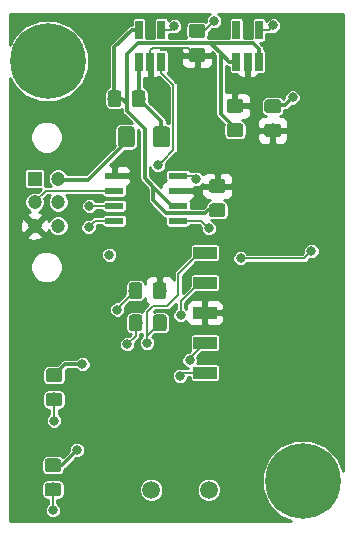
<source format=gbl>
G04 #@! TF.GenerationSoftware,KiCad,Pcbnew,(5.0.0-3-g5ebb6b6)*
G04 #@! TF.CreationDate,2020-02-17T18:56:09-04:00*
G04 #@! TF.ProjectId,rocketlog,726F636B65746C6F672E6B696361645F,rev?*
G04 #@! TF.SameCoordinates,Original*
G04 #@! TF.FileFunction,Copper,L2,Bot,Signal*
G04 #@! TF.FilePolarity,Positive*
%FSLAX46Y46*%
G04 Gerber Fmt 4.6, Leading zero omitted, Abs format (unit mm)*
G04 Created by KiCad (PCBNEW (5.0.0-3-g5ebb6b6)) date Monday, February 17, 2020 at 06:56:09 PM*
%MOMM*%
%LPD*%
G01*
G04 APERTURE LIST*
G04 #@! TA.AperFunction,ComponentPad*
%ADD10C,1.200000*%
G04 #@! TD*
G04 #@! TA.AperFunction,ComponentPad*
%ADD11R,1.200000X1.200000*%
G04 #@! TD*
G04 #@! TA.AperFunction,ComponentPad*
%ADD12C,1.500000*%
G04 #@! TD*
G04 #@! TA.AperFunction,ComponentPad*
%ADD13C,6.400000*%
G04 #@! TD*
G04 #@! TA.AperFunction,Conductor*
%ADD14C,0.100000*%
G04 #@! TD*
G04 #@! TA.AperFunction,SMDPad,CuDef*
%ADD15C,1.150000*%
G04 #@! TD*
G04 #@! TA.AperFunction,SMDPad,CuDef*
%ADD16R,0.650000X1.560000*%
G04 #@! TD*
G04 #@! TA.AperFunction,SMDPad,CuDef*
%ADD17C,1.425000*%
G04 #@! TD*
G04 #@! TA.AperFunction,SMDPad,CuDef*
%ADD18R,1.550000X0.600000*%
G04 #@! TD*
G04 #@! TA.AperFunction,SMDPad,CuDef*
%ADD19R,2.000000X1.000000*%
G04 #@! TD*
G04 #@! TA.AperFunction,ViaPad*
%ADD20C,0.800000*%
G04 #@! TD*
G04 #@! TA.AperFunction,Conductor*
%ADD21C,0.304800*%
G04 #@! TD*
G04 #@! TA.AperFunction,Conductor*
%ADD22C,0.203200*%
G04 #@! TD*
G04 #@! TA.AperFunction,Conductor*
%ADD23C,0.254000*%
G04 #@! TD*
G04 APERTURE END LIST*
D10*
G04 #@! TO.P,J4,4*
G04 #@! TO.N,Net-(F1-Pad2)*
X128676400Y-78086200D03*
G04 #@! TO.P,J4,5*
G04 #@! TO.N,Net-(J4-Pad5)*
X128676400Y-80086200D03*
G04 #@! TO.P,J4,6*
G04 #@! TO.N,N/C*
X128676400Y-82086200D03*
G04 #@! TO.P,J4,3*
G04 #@! TO.N,GND*
X126676400Y-82086200D03*
D11*
G04 #@! TO.P,J4,1*
G04 #@! TO.N,CANL*
X126676400Y-78086200D03*
D10*
G04 #@! TO.P,J4,2*
G04 #@! TO.N,CANH*
X126676400Y-80086200D03*
G04 #@! TD*
D12*
G04 #@! TO.P,Y1,2*
G04 #@! TO.N,/OSC2*
X141430400Y-104444800D03*
G04 #@! TO.P,Y1,1*
G04 #@! TO.N,/OSC1*
X136550400Y-104444800D03*
G04 #@! TD*
D13*
G04 #@! TO.P,REF\002A\002A,1*
G04 #@! TO.N,N/C*
X127787400Y-68148200D03*
G04 #@! TD*
D14*
G04 #@! TO.N,Net-(D1-Pad2)*
G04 #@! TO.C,R3*
G36*
X128693705Y-103838204D02*
X128717973Y-103841804D01*
X128741772Y-103847765D01*
X128764871Y-103856030D01*
X128787050Y-103866520D01*
X128808093Y-103879132D01*
X128827799Y-103893747D01*
X128845977Y-103910223D01*
X128862453Y-103928401D01*
X128877068Y-103948107D01*
X128889680Y-103969150D01*
X128900170Y-103991329D01*
X128908435Y-104014428D01*
X128914396Y-104038227D01*
X128917996Y-104062495D01*
X128919200Y-104086999D01*
X128919200Y-104737001D01*
X128917996Y-104761505D01*
X128914396Y-104785773D01*
X128908435Y-104809572D01*
X128900170Y-104832671D01*
X128889680Y-104854850D01*
X128877068Y-104875893D01*
X128862453Y-104895599D01*
X128845977Y-104913777D01*
X128827799Y-104930253D01*
X128808093Y-104944868D01*
X128787050Y-104957480D01*
X128764871Y-104967970D01*
X128741772Y-104976235D01*
X128717973Y-104982196D01*
X128693705Y-104985796D01*
X128669201Y-104987000D01*
X127769199Y-104987000D01*
X127744695Y-104985796D01*
X127720427Y-104982196D01*
X127696628Y-104976235D01*
X127673529Y-104967970D01*
X127651350Y-104957480D01*
X127630307Y-104944868D01*
X127610601Y-104930253D01*
X127592423Y-104913777D01*
X127575947Y-104895599D01*
X127561332Y-104875893D01*
X127548720Y-104854850D01*
X127538230Y-104832671D01*
X127529965Y-104809572D01*
X127524004Y-104785773D01*
X127520404Y-104761505D01*
X127519200Y-104737001D01*
X127519200Y-104086999D01*
X127520404Y-104062495D01*
X127524004Y-104038227D01*
X127529965Y-104014428D01*
X127538230Y-103991329D01*
X127548720Y-103969150D01*
X127561332Y-103948107D01*
X127575947Y-103928401D01*
X127592423Y-103910223D01*
X127610601Y-103893747D01*
X127630307Y-103879132D01*
X127651350Y-103866520D01*
X127673529Y-103856030D01*
X127696628Y-103847765D01*
X127720427Y-103841804D01*
X127744695Y-103838204D01*
X127769199Y-103837000D01*
X128669201Y-103837000D01*
X128693705Y-103838204D01*
X128693705Y-103838204D01*
G37*
D15*
G04 #@! TD*
G04 #@! TO.P,R3,2*
G04 #@! TO.N,Net-(D1-Pad2)*
X128219200Y-104412000D03*
D14*
G04 #@! TO.N,+3V3*
G04 #@! TO.C,R3*
G36*
X128693705Y-101788204D02*
X128717973Y-101791804D01*
X128741772Y-101797765D01*
X128764871Y-101806030D01*
X128787050Y-101816520D01*
X128808093Y-101829132D01*
X128827799Y-101843747D01*
X128845977Y-101860223D01*
X128862453Y-101878401D01*
X128877068Y-101898107D01*
X128889680Y-101919150D01*
X128900170Y-101941329D01*
X128908435Y-101964428D01*
X128914396Y-101988227D01*
X128917996Y-102012495D01*
X128919200Y-102036999D01*
X128919200Y-102687001D01*
X128917996Y-102711505D01*
X128914396Y-102735773D01*
X128908435Y-102759572D01*
X128900170Y-102782671D01*
X128889680Y-102804850D01*
X128877068Y-102825893D01*
X128862453Y-102845599D01*
X128845977Y-102863777D01*
X128827799Y-102880253D01*
X128808093Y-102894868D01*
X128787050Y-102907480D01*
X128764871Y-102917970D01*
X128741772Y-102926235D01*
X128717973Y-102932196D01*
X128693705Y-102935796D01*
X128669201Y-102937000D01*
X127769199Y-102937000D01*
X127744695Y-102935796D01*
X127720427Y-102932196D01*
X127696628Y-102926235D01*
X127673529Y-102917970D01*
X127651350Y-102907480D01*
X127630307Y-102894868D01*
X127610601Y-102880253D01*
X127592423Y-102863777D01*
X127575947Y-102845599D01*
X127561332Y-102825893D01*
X127548720Y-102804850D01*
X127538230Y-102782671D01*
X127529965Y-102759572D01*
X127524004Y-102735773D01*
X127520404Y-102711505D01*
X127519200Y-102687001D01*
X127519200Y-102036999D01*
X127520404Y-102012495D01*
X127524004Y-101988227D01*
X127529965Y-101964428D01*
X127538230Y-101941329D01*
X127548720Y-101919150D01*
X127561332Y-101898107D01*
X127575947Y-101878401D01*
X127592423Y-101860223D01*
X127610601Y-101843747D01*
X127630307Y-101829132D01*
X127651350Y-101816520D01*
X127673529Y-101806030D01*
X127696628Y-101797765D01*
X127720427Y-101791804D01*
X127744695Y-101788204D01*
X127769199Y-101787000D01*
X128669201Y-101787000D01*
X128693705Y-101788204D01*
X128693705Y-101788204D01*
G37*
D15*
G04 #@! TD*
G04 #@! TO.P,R3,1*
G04 #@! TO.N,+3V3*
X128219200Y-102362000D03*
D14*
G04 #@! TO.N,+3V3*
G04 #@! TO.C,R4*
G36*
X128795305Y-94168204D02*
X128819573Y-94171804D01*
X128843372Y-94177765D01*
X128866471Y-94186030D01*
X128888650Y-94196520D01*
X128909693Y-94209132D01*
X128929399Y-94223747D01*
X128947577Y-94240223D01*
X128964053Y-94258401D01*
X128978668Y-94278107D01*
X128991280Y-94299150D01*
X129001770Y-94321329D01*
X129010035Y-94344428D01*
X129015996Y-94368227D01*
X129019596Y-94392495D01*
X129020800Y-94416999D01*
X129020800Y-95067001D01*
X129019596Y-95091505D01*
X129015996Y-95115773D01*
X129010035Y-95139572D01*
X129001770Y-95162671D01*
X128991280Y-95184850D01*
X128978668Y-95205893D01*
X128964053Y-95225599D01*
X128947577Y-95243777D01*
X128929399Y-95260253D01*
X128909693Y-95274868D01*
X128888650Y-95287480D01*
X128866471Y-95297970D01*
X128843372Y-95306235D01*
X128819573Y-95312196D01*
X128795305Y-95315796D01*
X128770801Y-95317000D01*
X127870799Y-95317000D01*
X127846295Y-95315796D01*
X127822027Y-95312196D01*
X127798228Y-95306235D01*
X127775129Y-95297970D01*
X127752950Y-95287480D01*
X127731907Y-95274868D01*
X127712201Y-95260253D01*
X127694023Y-95243777D01*
X127677547Y-95225599D01*
X127662932Y-95205893D01*
X127650320Y-95184850D01*
X127639830Y-95162671D01*
X127631565Y-95139572D01*
X127625604Y-95115773D01*
X127622004Y-95091505D01*
X127620800Y-95067001D01*
X127620800Y-94416999D01*
X127622004Y-94392495D01*
X127625604Y-94368227D01*
X127631565Y-94344428D01*
X127639830Y-94321329D01*
X127650320Y-94299150D01*
X127662932Y-94278107D01*
X127677547Y-94258401D01*
X127694023Y-94240223D01*
X127712201Y-94223747D01*
X127731907Y-94209132D01*
X127752950Y-94196520D01*
X127775129Y-94186030D01*
X127798228Y-94177765D01*
X127822027Y-94171804D01*
X127846295Y-94168204D01*
X127870799Y-94167000D01*
X128770801Y-94167000D01*
X128795305Y-94168204D01*
X128795305Y-94168204D01*
G37*
D15*
G04 #@! TD*
G04 #@! TO.P,R4,1*
G04 #@! TO.N,+3V3*
X128320800Y-94742000D03*
D14*
G04 #@! TO.N,Net-(D2-Pad2)*
G04 #@! TO.C,R4*
G36*
X128795305Y-96218204D02*
X128819573Y-96221804D01*
X128843372Y-96227765D01*
X128866471Y-96236030D01*
X128888650Y-96246520D01*
X128909693Y-96259132D01*
X128929399Y-96273747D01*
X128947577Y-96290223D01*
X128964053Y-96308401D01*
X128978668Y-96328107D01*
X128991280Y-96349150D01*
X129001770Y-96371329D01*
X129010035Y-96394428D01*
X129015996Y-96418227D01*
X129019596Y-96442495D01*
X129020800Y-96466999D01*
X129020800Y-97117001D01*
X129019596Y-97141505D01*
X129015996Y-97165773D01*
X129010035Y-97189572D01*
X129001770Y-97212671D01*
X128991280Y-97234850D01*
X128978668Y-97255893D01*
X128964053Y-97275599D01*
X128947577Y-97293777D01*
X128929399Y-97310253D01*
X128909693Y-97324868D01*
X128888650Y-97337480D01*
X128866471Y-97347970D01*
X128843372Y-97356235D01*
X128819573Y-97362196D01*
X128795305Y-97365796D01*
X128770801Y-97367000D01*
X127870799Y-97367000D01*
X127846295Y-97365796D01*
X127822027Y-97362196D01*
X127798228Y-97356235D01*
X127775129Y-97347970D01*
X127752950Y-97337480D01*
X127731907Y-97324868D01*
X127712201Y-97310253D01*
X127694023Y-97293777D01*
X127677547Y-97275599D01*
X127662932Y-97255893D01*
X127650320Y-97234850D01*
X127639830Y-97212671D01*
X127631565Y-97189572D01*
X127625604Y-97165773D01*
X127622004Y-97141505D01*
X127620800Y-97117001D01*
X127620800Y-96466999D01*
X127622004Y-96442495D01*
X127625604Y-96418227D01*
X127631565Y-96394428D01*
X127639830Y-96371329D01*
X127650320Y-96349150D01*
X127662932Y-96328107D01*
X127677547Y-96308401D01*
X127694023Y-96290223D01*
X127712201Y-96273747D01*
X127731907Y-96259132D01*
X127752950Y-96246520D01*
X127775129Y-96236030D01*
X127798228Y-96227765D01*
X127822027Y-96221804D01*
X127846295Y-96218204D01*
X127870799Y-96217000D01*
X128770801Y-96217000D01*
X128795305Y-96218204D01*
X128795305Y-96218204D01*
G37*
D15*
G04 #@! TD*
G04 #@! TO.P,R4,2*
G04 #@! TO.N,Net-(D2-Pad2)*
X128320800Y-96792000D03*
D14*
G04 #@! TO.N,Net-(F1-Pad1)*
G04 #@! TO.C,R5*
G36*
X135833105Y-70624404D02*
X135857373Y-70628004D01*
X135881172Y-70633965D01*
X135904271Y-70642230D01*
X135926450Y-70652720D01*
X135947493Y-70665332D01*
X135967199Y-70679947D01*
X135985377Y-70696423D01*
X136001853Y-70714601D01*
X136016468Y-70734307D01*
X136029080Y-70755350D01*
X136039570Y-70777529D01*
X136047835Y-70800628D01*
X136053796Y-70824427D01*
X136057396Y-70848695D01*
X136058600Y-70873199D01*
X136058600Y-71773201D01*
X136057396Y-71797705D01*
X136053796Y-71821973D01*
X136047835Y-71845772D01*
X136039570Y-71868871D01*
X136029080Y-71891050D01*
X136016468Y-71912093D01*
X136001853Y-71931799D01*
X135985377Y-71949977D01*
X135967199Y-71966453D01*
X135947493Y-71981068D01*
X135926450Y-71993680D01*
X135904271Y-72004170D01*
X135881172Y-72012435D01*
X135857373Y-72018396D01*
X135833105Y-72021996D01*
X135808601Y-72023200D01*
X135158599Y-72023200D01*
X135134095Y-72021996D01*
X135109827Y-72018396D01*
X135086028Y-72012435D01*
X135062929Y-72004170D01*
X135040750Y-71993680D01*
X135019707Y-71981068D01*
X135000001Y-71966453D01*
X134981823Y-71949977D01*
X134965347Y-71931799D01*
X134950732Y-71912093D01*
X134938120Y-71891050D01*
X134927630Y-71868871D01*
X134919365Y-71845772D01*
X134913404Y-71821973D01*
X134909804Y-71797705D01*
X134908600Y-71773201D01*
X134908600Y-70873199D01*
X134909804Y-70848695D01*
X134913404Y-70824427D01*
X134919365Y-70800628D01*
X134927630Y-70777529D01*
X134938120Y-70755350D01*
X134950732Y-70734307D01*
X134965347Y-70714601D01*
X134981823Y-70696423D01*
X135000001Y-70679947D01*
X135019707Y-70665332D01*
X135040750Y-70652720D01*
X135062929Y-70642230D01*
X135086028Y-70633965D01*
X135109827Y-70628004D01*
X135134095Y-70624404D01*
X135158599Y-70623200D01*
X135808601Y-70623200D01*
X135833105Y-70624404D01*
X135833105Y-70624404D01*
G37*
D15*
G04 #@! TD*
G04 #@! TO.P,R5,2*
G04 #@! TO.N,Net-(F1-Pad1)*
X135483600Y-71323200D03*
D14*
G04 #@! TO.N,+5V*
G04 #@! TO.C,R5*
G36*
X133783105Y-70624404D02*
X133807373Y-70628004D01*
X133831172Y-70633965D01*
X133854271Y-70642230D01*
X133876450Y-70652720D01*
X133897493Y-70665332D01*
X133917199Y-70679947D01*
X133935377Y-70696423D01*
X133951853Y-70714601D01*
X133966468Y-70734307D01*
X133979080Y-70755350D01*
X133989570Y-70777529D01*
X133997835Y-70800628D01*
X134003796Y-70824427D01*
X134007396Y-70848695D01*
X134008600Y-70873199D01*
X134008600Y-71773201D01*
X134007396Y-71797705D01*
X134003796Y-71821973D01*
X133997835Y-71845772D01*
X133989570Y-71868871D01*
X133979080Y-71891050D01*
X133966468Y-71912093D01*
X133951853Y-71931799D01*
X133935377Y-71949977D01*
X133917199Y-71966453D01*
X133897493Y-71981068D01*
X133876450Y-71993680D01*
X133854271Y-72004170D01*
X133831172Y-72012435D01*
X133807373Y-72018396D01*
X133783105Y-72021996D01*
X133758601Y-72023200D01*
X133108599Y-72023200D01*
X133084095Y-72021996D01*
X133059827Y-72018396D01*
X133036028Y-72012435D01*
X133012929Y-72004170D01*
X132990750Y-71993680D01*
X132969707Y-71981068D01*
X132950001Y-71966453D01*
X132931823Y-71949977D01*
X132915347Y-71931799D01*
X132900732Y-71912093D01*
X132888120Y-71891050D01*
X132877630Y-71868871D01*
X132869365Y-71845772D01*
X132863404Y-71821973D01*
X132859804Y-71797705D01*
X132858600Y-71773201D01*
X132858600Y-70873199D01*
X132859804Y-70848695D01*
X132863404Y-70824427D01*
X132869365Y-70800628D01*
X132877630Y-70777529D01*
X132888120Y-70755350D01*
X132900732Y-70734307D01*
X132915347Y-70714601D01*
X132931823Y-70696423D01*
X132950001Y-70679947D01*
X132969707Y-70665332D01*
X132990750Y-70652720D01*
X133012929Y-70642230D01*
X133036028Y-70633965D01*
X133059827Y-70628004D01*
X133084095Y-70624404D01*
X133108599Y-70623200D01*
X133758601Y-70623200D01*
X133783105Y-70624404D01*
X133783105Y-70624404D01*
G37*
D15*
G04 #@! TD*
G04 #@! TO.P,R5,1*
G04 #@! TO.N,+5V*
X133433600Y-71323200D03*
D16*
G04 #@! TO.P,U3,1*
G04 #@! TO.N,+5V*
X145669000Y-68199000D03*
G04 #@! TO.P,U3,2*
G04 #@! TO.N,GND*
X144719000Y-68199000D03*
G04 #@! TO.P,U3,3*
G04 #@! TO.N,+5V*
X143769000Y-68199000D03*
G04 #@! TO.P,U3,4*
G04 #@! TO.N,Net-(U3-Pad4)*
X143769000Y-65499000D03*
G04 #@! TO.P,U3,5*
G04 #@! TO.N,+3V3*
X145669000Y-65499000D03*
G04 #@! TD*
D14*
G04 #@! TO.N,Net-(F1-Pad1)*
G04 #@! TO.C,F1*
G36*
X137901004Y-73675204D02*
X137925273Y-73678804D01*
X137949071Y-73684765D01*
X137972171Y-73693030D01*
X137994349Y-73703520D01*
X138015393Y-73716133D01*
X138035098Y-73730747D01*
X138053277Y-73747223D01*
X138069753Y-73765402D01*
X138084367Y-73785107D01*
X138096980Y-73806151D01*
X138107470Y-73828329D01*
X138115735Y-73851429D01*
X138121696Y-73875227D01*
X138125296Y-73899496D01*
X138126500Y-73924000D01*
X138126500Y-75174000D01*
X138125296Y-75198504D01*
X138121696Y-75222773D01*
X138115735Y-75246571D01*
X138107470Y-75269671D01*
X138096980Y-75291849D01*
X138084367Y-75312893D01*
X138069753Y-75332598D01*
X138053277Y-75350777D01*
X138035098Y-75367253D01*
X138015393Y-75381867D01*
X137994349Y-75394480D01*
X137972171Y-75404970D01*
X137949071Y-75413235D01*
X137925273Y-75419196D01*
X137901004Y-75422796D01*
X137876500Y-75424000D01*
X136951500Y-75424000D01*
X136926996Y-75422796D01*
X136902727Y-75419196D01*
X136878929Y-75413235D01*
X136855829Y-75404970D01*
X136833651Y-75394480D01*
X136812607Y-75381867D01*
X136792902Y-75367253D01*
X136774723Y-75350777D01*
X136758247Y-75332598D01*
X136743633Y-75312893D01*
X136731020Y-75291849D01*
X136720530Y-75269671D01*
X136712265Y-75246571D01*
X136706304Y-75222773D01*
X136702704Y-75198504D01*
X136701500Y-75174000D01*
X136701500Y-73924000D01*
X136702704Y-73899496D01*
X136706304Y-73875227D01*
X136712265Y-73851429D01*
X136720530Y-73828329D01*
X136731020Y-73806151D01*
X136743633Y-73785107D01*
X136758247Y-73765402D01*
X136774723Y-73747223D01*
X136792902Y-73730747D01*
X136812607Y-73716133D01*
X136833651Y-73703520D01*
X136855829Y-73693030D01*
X136878929Y-73684765D01*
X136902727Y-73678804D01*
X136926996Y-73675204D01*
X136951500Y-73674000D01*
X137876500Y-73674000D01*
X137901004Y-73675204D01*
X137901004Y-73675204D01*
G37*
D17*
G04 #@! TD*
G04 #@! TO.P,F1,1*
G04 #@! TO.N,Net-(F1-Pad1)*
X137414000Y-74549000D03*
D14*
G04 #@! TO.N,Net-(F1-Pad2)*
G04 #@! TO.C,F1*
G36*
X134926004Y-73675204D02*
X134950273Y-73678804D01*
X134974071Y-73684765D01*
X134997171Y-73693030D01*
X135019349Y-73703520D01*
X135040393Y-73716133D01*
X135060098Y-73730747D01*
X135078277Y-73747223D01*
X135094753Y-73765402D01*
X135109367Y-73785107D01*
X135121980Y-73806151D01*
X135132470Y-73828329D01*
X135140735Y-73851429D01*
X135146696Y-73875227D01*
X135150296Y-73899496D01*
X135151500Y-73924000D01*
X135151500Y-75174000D01*
X135150296Y-75198504D01*
X135146696Y-75222773D01*
X135140735Y-75246571D01*
X135132470Y-75269671D01*
X135121980Y-75291849D01*
X135109367Y-75312893D01*
X135094753Y-75332598D01*
X135078277Y-75350777D01*
X135060098Y-75367253D01*
X135040393Y-75381867D01*
X135019349Y-75394480D01*
X134997171Y-75404970D01*
X134974071Y-75413235D01*
X134950273Y-75419196D01*
X134926004Y-75422796D01*
X134901500Y-75424000D01*
X133976500Y-75424000D01*
X133951996Y-75422796D01*
X133927727Y-75419196D01*
X133903929Y-75413235D01*
X133880829Y-75404970D01*
X133858651Y-75394480D01*
X133837607Y-75381867D01*
X133817902Y-75367253D01*
X133799723Y-75350777D01*
X133783247Y-75332598D01*
X133768633Y-75312893D01*
X133756020Y-75291849D01*
X133745530Y-75269671D01*
X133737265Y-75246571D01*
X133731304Y-75222773D01*
X133727704Y-75198504D01*
X133726500Y-75174000D01*
X133726500Y-73924000D01*
X133727704Y-73899496D01*
X133731304Y-73875227D01*
X133737265Y-73851429D01*
X133745530Y-73828329D01*
X133756020Y-73806151D01*
X133768633Y-73785107D01*
X133783247Y-73765402D01*
X133799723Y-73747223D01*
X133817902Y-73730747D01*
X133837607Y-73716133D01*
X133858651Y-73703520D01*
X133880829Y-73693030D01*
X133903929Y-73684765D01*
X133927727Y-73678804D01*
X133951996Y-73675204D01*
X133976500Y-73674000D01*
X134901500Y-73674000D01*
X134926004Y-73675204D01*
X134926004Y-73675204D01*
G37*
D17*
G04 #@! TD*
G04 #@! TO.P,F1,2*
G04 #@! TO.N,Net-(F1-Pad2)*
X134439000Y-74549000D03*
D14*
G04 #@! TO.N,GND*
G04 #@! TO.C,C2*
G36*
X137611105Y-86880404D02*
X137635373Y-86884004D01*
X137659172Y-86889965D01*
X137682271Y-86898230D01*
X137704450Y-86908720D01*
X137725493Y-86921332D01*
X137745199Y-86935947D01*
X137763377Y-86952423D01*
X137779853Y-86970601D01*
X137794468Y-86990307D01*
X137807080Y-87011350D01*
X137817570Y-87033529D01*
X137825835Y-87056628D01*
X137831796Y-87080427D01*
X137835396Y-87104695D01*
X137836600Y-87129199D01*
X137836600Y-88029201D01*
X137835396Y-88053705D01*
X137831796Y-88077973D01*
X137825835Y-88101772D01*
X137817570Y-88124871D01*
X137807080Y-88147050D01*
X137794468Y-88168093D01*
X137779853Y-88187799D01*
X137763377Y-88205977D01*
X137745199Y-88222453D01*
X137725493Y-88237068D01*
X137704450Y-88249680D01*
X137682271Y-88260170D01*
X137659172Y-88268435D01*
X137635373Y-88274396D01*
X137611105Y-88277996D01*
X137586601Y-88279200D01*
X136936599Y-88279200D01*
X136912095Y-88277996D01*
X136887827Y-88274396D01*
X136864028Y-88268435D01*
X136840929Y-88260170D01*
X136818750Y-88249680D01*
X136797707Y-88237068D01*
X136778001Y-88222453D01*
X136759823Y-88205977D01*
X136743347Y-88187799D01*
X136728732Y-88168093D01*
X136716120Y-88147050D01*
X136705630Y-88124871D01*
X136697365Y-88101772D01*
X136691404Y-88077973D01*
X136687804Y-88053705D01*
X136686600Y-88029201D01*
X136686600Y-87129199D01*
X136687804Y-87104695D01*
X136691404Y-87080427D01*
X136697365Y-87056628D01*
X136705630Y-87033529D01*
X136716120Y-87011350D01*
X136728732Y-86990307D01*
X136743347Y-86970601D01*
X136759823Y-86952423D01*
X136778001Y-86935947D01*
X136797707Y-86921332D01*
X136818750Y-86908720D01*
X136840929Y-86898230D01*
X136864028Y-86889965D01*
X136887827Y-86884004D01*
X136912095Y-86880404D01*
X136936599Y-86879200D01*
X137586601Y-86879200D01*
X137611105Y-86880404D01*
X137611105Y-86880404D01*
G37*
D15*
G04 #@! TD*
G04 #@! TO.P,C2,1*
G04 #@! TO.N,GND*
X137261600Y-87579200D03*
D14*
G04 #@! TO.N,+3V3*
G04 #@! TO.C,C2*
G36*
X135561105Y-86880404D02*
X135585373Y-86884004D01*
X135609172Y-86889965D01*
X135632271Y-86898230D01*
X135654450Y-86908720D01*
X135675493Y-86921332D01*
X135695199Y-86935947D01*
X135713377Y-86952423D01*
X135729853Y-86970601D01*
X135744468Y-86990307D01*
X135757080Y-87011350D01*
X135767570Y-87033529D01*
X135775835Y-87056628D01*
X135781796Y-87080427D01*
X135785396Y-87104695D01*
X135786600Y-87129199D01*
X135786600Y-88029201D01*
X135785396Y-88053705D01*
X135781796Y-88077973D01*
X135775835Y-88101772D01*
X135767570Y-88124871D01*
X135757080Y-88147050D01*
X135744468Y-88168093D01*
X135729853Y-88187799D01*
X135713377Y-88205977D01*
X135695199Y-88222453D01*
X135675493Y-88237068D01*
X135654450Y-88249680D01*
X135632271Y-88260170D01*
X135609172Y-88268435D01*
X135585373Y-88274396D01*
X135561105Y-88277996D01*
X135536601Y-88279200D01*
X134886599Y-88279200D01*
X134862095Y-88277996D01*
X134837827Y-88274396D01*
X134814028Y-88268435D01*
X134790929Y-88260170D01*
X134768750Y-88249680D01*
X134747707Y-88237068D01*
X134728001Y-88222453D01*
X134709823Y-88205977D01*
X134693347Y-88187799D01*
X134678732Y-88168093D01*
X134666120Y-88147050D01*
X134655630Y-88124871D01*
X134647365Y-88101772D01*
X134641404Y-88077973D01*
X134637804Y-88053705D01*
X134636600Y-88029201D01*
X134636600Y-87129199D01*
X134637804Y-87104695D01*
X134641404Y-87080427D01*
X134647365Y-87056628D01*
X134655630Y-87033529D01*
X134666120Y-87011350D01*
X134678732Y-86990307D01*
X134693347Y-86970601D01*
X134709823Y-86952423D01*
X134728001Y-86935947D01*
X134747707Y-86921332D01*
X134768750Y-86908720D01*
X134790929Y-86898230D01*
X134814028Y-86889965D01*
X134837827Y-86884004D01*
X134862095Y-86880404D01*
X134886599Y-86879200D01*
X135536601Y-86879200D01*
X135561105Y-86880404D01*
X135561105Y-86880404D01*
G37*
D15*
G04 #@! TD*
G04 #@! TO.P,C2,2*
G04 #@! TO.N,+3V3*
X135211600Y-87579200D03*
D16*
G04 #@! TO.P,U4,1*
G04 #@! TO.N,CURR_AMP*
X137414000Y-68199000D03*
G04 #@! TO.P,U4,2*
G04 #@! TO.N,GND*
X136464000Y-68199000D03*
G04 #@! TO.P,U4,3*
G04 #@! TO.N,Net-(F1-Pad1)*
X135514000Y-68199000D03*
G04 #@! TO.P,U4,4*
G04 #@! TO.N,+5V*
X135514000Y-65499000D03*
G04 #@! TO.P,U4,5*
G04 #@! TO.N,+3V3*
X137414000Y-65499000D03*
G04 #@! TD*
D14*
G04 #@! TO.N,+5V*
G04 #@! TO.C,C11*
G36*
X142612905Y-80198204D02*
X142637173Y-80201804D01*
X142660972Y-80207765D01*
X142684071Y-80216030D01*
X142706250Y-80226520D01*
X142727293Y-80239132D01*
X142746999Y-80253747D01*
X142765177Y-80270223D01*
X142781653Y-80288401D01*
X142796268Y-80308107D01*
X142808880Y-80329150D01*
X142819370Y-80351329D01*
X142827635Y-80374428D01*
X142833596Y-80398227D01*
X142837196Y-80422495D01*
X142838400Y-80446999D01*
X142838400Y-81097001D01*
X142837196Y-81121505D01*
X142833596Y-81145773D01*
X142827635Y-81169572D01*
X142819370Y-81192671D01*
X142808880Y-81214850D01*
X142796268Y-81235893D01*
X142781653Y-81255599D01*
X142765177Y-81273777D01*
X142746999Y-81290253D01*
X142727293Y-81304868D01*
X142706250Y-81317480D01*
X142684071Y-81327970D01*
X142660972Y-81336235D01*
X142637173Y-81342196D01*
X142612905Y-81345796D01*
X142588401Y-81347000D01*
X141688399Y-81347000D01*
X141663895Y-81345796D01*
X141639627Y-81342196D01*
X141615828Y-81336235D01*
X141592729Y-81327970D01*
X141570550Y-81317480D01*
X141549507Y-81304868D01*
X141529801Y-81290253D01*
X141511623Y-81273777D01*
X141495147Y-81255599D01*
X141480532Y-81235893D01*
X141467920Y-81214850D01*
X141457430Y-81192671D01*
X141449165Y-81169572D01*
X141443204Y-81145773D01*
X141439604Y-81121505D01*
X141438400Y-81097001D01*
X141438400Y-80446999D01*
X141439604Y-80422495D01*
X141443204Y-80398227D01*
X141449165Y-80374428D01*
X141457430Y-80351329D01*
X141467920Y-80329150D01*
X141480532Y-80308107D01*
X141495147Y-80288401D01*
X141511623Y-80270223D01*
X141529801Y-80253747D01*
X141549507Y-80239132D01*
X141570550Y-80226520D01*
X141592729Y-80216030D01*
X141615828Y-80207765D01*
X141639627Y-80201804D01*
X141663895Y-80198204D01*
X141688399Y-80197000D01*
X142588401Y-80197000D01*
X142612905Y-80198204D01*
X142612905Y-80198204D01*
G37*
D15*
G04 #@! TD*
G04 #@! TO.P,C11,1*
G04 #@! TO.N,+5V*
X142138400Y-80772000D03*
D14*
G04 #@! TO.N,GND*
G04 #@! TO.C,C11*
G36*
X142612905Y-78148204D02*
X142637173Y-78151804D01*
X142660972Y-78157765D01*
X142684071Y-78166030D01*
X142706250Y-78176520D01*
X142727293Y-78189132D01*
X142746999Y-78203747D01*
X142765177Y-78220223D01*
X142781653Y-78238401D01*
X142796268Y-78258107D01*
X142808880Y-78279150D01*
X142819370Y-78301329D01*
X142827635Y-78324428D01*
X142833596Y-78348227D01*
X142837196Y-78372495D01*
X142838400Y-78396999D01*
X142838400Y-79047001D01*
X142837196Y-79071505D01*
X142833596Y-79095773D01*
X142827635Y-79119572D01*
X142819370Y-79142671D01*
X142808880Y-79164850D01*
X142796268Y-79185893D01*
X142781653Y-79205599D01*
X142765177Y-79223777D01*
X142746999Y-79240253D01*
X142727293Y-79254868D01*
X142706250Y-79267480D01*
X142684071Y-79277970D01*
X142660972Y-79286235D01*
X142637173Y-79292196D01*
X142612905Y-79295796D01*
X142588401Y-79297000D01*
X141688399Y-79297000D01*
X141663895Y-79295796D01*
X141639627Y-79292196D01*
X141615828Y-79286235D01*
X141592729Y-79277970D01*
X141570550Y-79267480D01*
X141549507Y-79254868D01*
X141529801Y-79240253D01*
X141511623Y-79223777D01*
X141495147Y-79205599D01*
X141480532Y-79185893D01*
X141467920Y-79164850D01*
X141457430Y-79142671D01*
X141449165Y-79119572D01*
X141443204Y-79095773D01*
X141439604Y-79071505D01*
X141438400Y-79047001D01*
X141438400Y-78396999D01*
X141439604Y-78372495D01*
X141443204Y-78348227D01*
X141449165Y-78324428D01*
X141457430Y-78301329D01*
X141467920Y-78279150D01*
X141480532Y-78258107D01*
X141495147Y-78238401D01*
X141511623Y-78220223D01*
X141529801Y-78203747D01*
X141549507Y-78189132D01*
X141570550Y-78176520D01*
X141592729Y-78166030D01*
X141615828Y-78157765D01*
X141639627Y-78151804D01*
X141663895Y-78148204D01*
X141688399Y-78147000D01*
X142588401Y-78147000D01*
X142612905Y-78148204D01*
X142612905Y-78148204D01*
G37*
D15*
G04 #@! TD*
G04 #@! TO.P,C11,2*
G04 #@! TO.N,GND*
X142138400Y-78722000D03*
D18*
G04 #@! TO.P,U2,1*
G04 #@! TO.N,/CANTX*
X138811000Y-77851000D03*
G04 #@! TO.P,U2,2*
G04 #@! TO.N,GND*
X138811000Y-79121000D03*
G04 #@! TO.P,U2,3*
G04 #@! TO.N,+5V*
X138811000Y-80391000D03*
G04 #@! TO.P,U2,4*
G04 #@! TO.N,/CANRX*
X138811000Y-81661000D03*
G04 #@! TO.P,U2,5*
G04 #@! TO.N,+3V3*
X133411000Y-81661000D03*
G04 #@! TO.P,U2,6*
G04 #@! TO.N,CANL*
X133411000Y-80391000D03*
G04 #@! TO.P,U2,7*
G04 #@! TO.N,CANH*
X133411000Y-79121000D03*
G04 #@! TO.P,U2,8*
G04 #@! TO.N,GND*
X133411000Y-77851000D03*
G04 #@! TD*
D14*
G04 #@! TO.N,GND*
G04 #@! TO.C,C9*
G36*
X147311905Y-73434404D02*
X147336173Y-73438004D01*
X147359972Y-73443965D01*
X147383071Y-73452230D01*
X147405250Y-73462720D01*
X147426293Y-73475332D01*
X147445999Y-73489947D01*
X147464177Y-73506423D01*
X147480653Y-73524601D01*
X147495268Y-73544307D01*
X147507880Y-73565350D01*
X147518370Y-73587529D01*
X147526635Y-73610628D01*
X147532596Y-73634427D01*
X147536196Y-73658695D01*
X147537400Y-73683199D01*
X147537400Y-74333201D01*
X147536196Y-74357705D01*
X147532596Y-74381973D01*
X147526635Y-74405772D01*
X147518370Y-74428871D01*
X147507880Y-74451050D01*
X147495268Y-74472093D01*
X147480653Y-74491799D01*
X147464177Y-74509977D01*
X147445999Y-74526453D01*
X147426293Y-74541068D01*
X147405250Y-74553680D01*
X147383071Y-74564170D01*
X147359972Y-74572435D01*
X147336173Y-74578396D01*
X147311905Y-74581996D01*
X147287401Y-74583200D01*
X146387399Y-74583200D01*
X146362895Y-74581996D01*
X146338627Y-74578396D01*
X146314828Y-74572435D01*
X146291729Y-74564170D01*
X146269550Y-74553680D01*
X146248507Y-74541068D01*
X146228801Y-74526453D01*
X146210623Y-74509977D01*
X146194147Y-74491799D01*
X146179532Y-74472093D01*
X146166920Y-74451050D01*
X146156430Y-74428871D01*
X146148165Y-74405772D01*
X146142204Y-74381973D01*
X146138604Y-74357705D01*
X146137400Y-74333201D01*
X146137400Y-73683199D01*
X146138604Y-73658695D01*
X146142204Y-73634427D01*
X146148165Y-73610628D01*
X146156430Y-73587529D01*
X146166920Y-73565350D01*
X146179532Y-73544307D01*
X146194147Y-73524601D01*
X146210623Y-73506423D01*
X146228801Y-73489947D01*
X146248507Y-73475332D01*
X146269550Y-73462720D01*
X146291729Y-73452230D01*
X146314828Y-73443965D01*
X146338627Y-73438004D01*
X146362895Y-73434404D01*
X146387399Y-73433200D01*
X147287401Y-73433200D01*
X147311905Y-73434404D01*
X147311905Y-73434404D01*
G37*
D15*
G04 #@! TD*
G04 #@! TO.P,C9,1*
G04 #@! TO.N,GND*
X146837400Y-74008200D03*
D14*
G04 #@! TO.N,+3V3*
G04 #@! TO.C,C9*
G36*
X147311905Y-71384404D02*
X147336173Y-71388004D01*
X147359972Y-71393965D01*
X147383071Y-71402230D01*
X147405250Y-71412720D01*
X147426293Y-71425332D01*
X147445999Y-71439947D01*
X147464177Y-71456423D01*
X147480653Y-71474601D01*
X147495268Y-71494307D01*
X147507880Y-71515350D01*
X147518370Y-71537529D01*
X147526635Y-71560628D01*
X147532596Y-71584427D01*
X147536196Y-71608695D01*
X147537400Y-71633199D01*
X147537400Y-72283201D01*
X147536196Y-72307705D01*
X147532596Y-72331973D01*
X147526635Y-72355772D01*
X147518370Y-72378871D01*
X147507880Y-72401050D01*
X147495268Y-72422093D01*
X147480653Y-72441799D01*
X147464177Y-72459977D01*
X147445999Y-72476453D01*
X147426293Y-72491068D01*
X147405250Y-72503680D01*
X147383071Y-72514170D01*
X147359972Y-72522435D01*
X147336173Y-72528396D01*
X147311905Y-72531996D01*
X147287401Y-72533200D01*
X146387399Y-72533200D01*
X146362895Y-72531996D01*
X146338627Y-72528396D01*
X146314828Y-72522435D01*
X146291729Y-72514170D01*
X146269550Y-72503680D01*
X146248507Y-72491068D01*
X146228801Y-72476453D01*
X146210623Y-72459977D01*
X146194147Y-72441799D01*
X146179532Y-72422093D01*
X146166920Y-72401050D01*
X146156430Y-72378871D01*
X146148165Y-72355772D01*
X146142204Y-72331973D01*
X146138604Y-72307705D01*
X146137400Y-72283201D01*
X146137400Y-71633199D01*
X146138604Y-71608695D01*
X146142204Y-71584427D01*
X146148165Y-71560628D01*
X146156430Y-71537529D01*
X146166920Y-71515350D01*
X146179532Y-71494307D01*
X146194147Y-71474601D01*
X146210623Y-71456423D01*
X146228801Y-71439947D01*
X146248507Y-71425332D01*
X146269550Y-71412720D01*
X146291729Y-71402230D01*
X146314828Y-71393965D01*
X146338627Y-71388004D01*
X146362895Y-71384404D01*
X146387399Y-71383200D01*
X147287401Y-71383200D01*
X147311905Y-71384404D01*
X147311905Y-71384404D01*
G37*
D15*
G04 #@! TD*
G04 #@! TO.P,C9,2*
G04 #@! TO.N,+3V3*
X146837400Y-71958200D03*
D14*
G04 #@! TO.N,+5V*
G04 #@! TO.C,C10*
G36*
X144111505Y-73416404D02*
X144135773Y-73420004D01*
X144159572Y-73425965D01*
X144182671Y-73434230D01*
X144204850Y-73444720D01*
X144225893Y-73457332D01*
X144245599Y-73471947D01*
X144263777Y-73488423D01*
X144280253Y-73506601D01*
X144294868Y-73526307D01*
X144307480Y-73547350D01*
X144317970Y-73569529D01*
X144326235Y-73592628D01*
X144332196Y-73616427D01*
X144335796Y-73640695D01*
X144337000Y-73665199D01*
X144337000Y-74315201D01*
X144335796Y-74339705D01*
X144332196Y-74363973D01*
X144326235Y-74387772D01*
X144317970Y-74410871D01*
X144307480Y-74433050D01*
X144294868Y-74454093D01*
X144280253Y-74473799D01*
X144263777Y-74491977D01*
X144245599Y-74508453D01*
X144225893Y-74523068D01*
X144204850Y-74535680D01*
X144182671Y-74546170D01*
X144159572Y-74554435D01*
X144135773Y-74560396D01*
X144111505Y-74563996D01*
X144087001Y-74565200D01*
X143186999Y-74565200D01*
X143162495Y-74563996D01*
X143138227Y-74560396D01*
X143114428Y-74554435D01*
X143091329Y-74546170D01*
X143069150Y-74535680D01*
X143048107Y-74523068D01*
X143028401Y-74508453D01*
X143010223Y-74491977D01*
X142993747Y-74473799D01*
X142979132Y-74454093D01*
X142966520Y-74433050D01*
X142956030Y-74410871D01*
X142947765Y-74387772D01*
X142941804Y-74363973D01*
X142938204Y-74339705D01*
X142937000Y-74315201D01*
X142937000Y-73665199D01*
X142938204Y-73640695D01*
X142941804Y-73616427D01*
X142947765Y-73592628D01*
X142956030Y-73569529D01*
X142966520Y-73547350D01*
X142979132Y-73526307D01*
X142993747Y-73506601D01*
X143010223Y-73488423D01*
X143028401Y-73471947D01*
X143048107Y-73457332D01*
X143069150Y-73444720D01*
X143091329Y-73434230D01*
X143114428Y-73425965D01*
X143138227Y-73420004D01*
X143162495Y-73416404D01*
X143186999Y-73415200D01*
X144087001Y-73415200D01*
X144111505Y-73416404D01*
X144111505Y-73416404D01*
G37*
D15*
G04 #@! TD*
G04 #@! TO.P,C10,2*
G04 #@! TO.N,+5V*
X143637000Y-73990200D03*
D14*
G04 #@! TO.N,GND*
G04 #@! TO.C,C10*
G36*
X144111505Y-71366404D02*
X144135773Y-71370004D01*
X144159572Y-71375965D01*
X144182671Y-71384230D01*
X144204850Y-71394720D01*
X144225893Y-71407332D01*
X144245599Y-71421947D01*
X144263777Y-71438423D01*
X144280253Y-71456601D01*
X144294868Y-71476307D01*
X144307480Y-71497350D01*
X144317970Y-71519529D01*
X144326235Y-71542628D01*
X144332196Y-71566427D01*
X144335796Y-71590695D01*
X144337000Y-71615199D01*
X144337000Y-72265201D01*
X144335796Y-72289705D01*
X144332196Y-72313973D01*
X144326235Y-72337772D01*
X144317970Y-72360871D01*
X144307480Y-72383050D01*
X144294868Y-72404093D01*
X144280253Y-72423799D01*
X144263777Y-72441977D01*
X144245599Y-72458453D01*
X144225893Y-72473068D01*
X144204850Y-72485680D01*
X144182671Y-72496170D01*
X144159572Y-72504435D01*
X144135773Y-72510396D01*
X144111505Y-72513996D01*
X144087001Y-72515200D01*
X143186999Y-72515200D01*
X143162495Y-72513996D01*
X143138227Y-72510396D01*
X143114428Y-72504435D01*
X143091329Y-72496170D01*
X143069150Y-72485680D01*
X143048107Y-72473068D01*
X143028401Y-72458453D01*
X143010223Y-72441977D01*
X142993747Y-72423799D01*
X142979132Y-72404093D01*
X142966520Y-72383050D01*
X142956030Y-72360871D01*
X142947765Y-72337772D01*
X142941804Y-72313973D01*
X142938204Y-72289705D01*
X142937000Y-72265201D01*
X142937000Y-71615199D01*
X142938204Y-71590695D01*
X142941804Y-71566427D01*
X142947765Y-71542628D01*
X142956030Y-71519529D01*
X142966520Y-71497350D01*
X142979132Y-71476307D01*
X142993747Y-71456601D01*
X143010223Y-71438423D01*
X143028401Y-71421947D01*
X143048107Y-71407332D01*
X143069150Y-71394720D01*
X143091329Y-71384230D01*
X143114428Y-71375965D01*
X143138227Y-71370004D01*
X143162495Y-71366404D01*
X143186999Y-71365200D01*
X144087001Y-71365200D01*
X144111505Y-71366404D01*
X144111505Y-71366404D01*
G37*
D15*
G04 #@! TD*
G04 #@! TO.P,C10,1*
G04 #@! TO.N,GND*
X143637000Y-71940200D03*
D14*
G04 #@! TO.N,+3V3*
G04 #@! TO.C,C8*
G36*
X140911105Y-65009004D02*
X140935373Y-65012604D01*
X140959172Y-65018565D01*
X140982271Y-65026830D01*
X141004450Y-65037320D01*
X141025493Y-65049932D01*
X141045199Y-65064547D01*
X141063377Y-65081023D01*
X141079853Y-65099201D01*
X141094468Y-65118907D01*
X141107080Y-65139950D01*
X141117570Y-65162129D01*
X141125835Y-65185228D01*
X141131796Y-65209027D01*
X141135396Y-65233295D01*
X141136600Y-65257799D01*
X141136600Y-65907801D01*
X141135396Y-65932305D01*
X141131796Y-65956573D01*
X141125835Y-65980372D01*
X141117570Y-66003471D01*
X141107080Y-66025650D01*
X141094468Y-66046693D01*
X141079853Y-66066399D01*
X141063377Y-66084577D01*
X141045199Y-66101053D01*
X141025493Y-66115668D01*
X141004450Y-66128280D01*
X140982271Y-66138770D01*
X140959172Y-66147035D01*
X140935373Y-66152996D01*
X140911105Y-66156596D01*
X140886601Y-66157800D01*
X139986599Y-66157800D01*
X139962095Y-66156596D01*
X139937827Y-66152996D01*
X139914028Y-66147035D01*
X139890929Y-66138770D01*
X139868750Y-66128280D01*
X139847707Y-66115668D01*
X139828001Y-66101053D01*
X139809823Y-66084577D01*
X139793347Y-66066399D01*
X139778732Y-66046693D01*
X139766120Y-66025650D01*
X139755630Y-66003471D01*
X139747365Y-65980372D01*
X139741404Y-65956573D01*
X139737804Y-65932305D01*
X139736600Y-65907801D01*
X139736600Y-65257799D01*
X139737804Y-65233295D01*
X139741404Y-65209027D01*
X139747365Y-65185228D01*
X139755630Y-65162129D01*
X139766120Y-65139950D01*
X139778732Y-65118907D01*
X139793347Y-65099201D01*
X139809823Y-65081023D01*
X139828001Y-65064547D01*
X139847707Y-65049932D01*
X139868750Y-65037320D01*
X139890929Y-65026830D01*
X139914028Y-65018565D01*
X139937827Y-65012604D01*
X139962095Y-65009004D01*
X139986599Y-65007800D01*
X140886601Y-65007800D01*
X140911105Y-65009004D01*
X140911105Y-65009004D01*
G37*
D15*
G04 #@! TD*
G04 #@! TO.P,C8,2*
G04 #@! TO.N,+3V3*
X140436600Y-65582800D03*
D14*
G04 #@! TO.N,GND*
G04 #@! TO.C,C8*
G36*
X140911105Y-67059004D02*
X140935373Y-67062604D01*
X140959172Y-67068565D01*
X140982271Y-67076830D01*
X141004450Y-67087320D01*
X141025493Y-67099932D01*
X141045199Y-67114547D01*
X141063377Y-67131023D01*
X141079853Y-67149201D01*
X141094468Y-67168907D01*
X141107080Y-67189950D01*
X141117570Y-67212129D01*
X141125835Y-67235228D01*
X141131796Y-67259027D01*
X141135396Y-67283295D01*
X141136600Y-67307799D01*
X141136600Y-67957801D01*
X141135396Y-67982305D01*
X141131796Y-68006573D01*
X141125835Y-68030372D01*
X141117570Y-68053471D01*
X141107080Y-68075650D01*
X141094468Y-68096693D01*
X141079853Y-68116399D01*
X141063377Y-68134577D01*
X141045199Y-68151053D01*
X141025493Y-68165668D01*
X141004450Y-68178280D01*
X140982271Y-68188770D01*
X140959172Y-68197035D01*
X140935373Y-68202996D01*
X140911105Y-68206596D01*
X140886601Y-68207800D01*
X139986599Y-68207800D01*
X139962095Y-68206596D01*
X139937827Y-68202996D01*
X139914028Y-68197035D01*
X139890929Y-68188770D01*
X139868750Y-68178280D01*
X139847707Y-68165668D01*
X139828001Y-68151053D01*
X139809823Y-68134577D01*
X139793347Y-68116399D01*
X139778732Y-68096693D01*
X139766120Y-68075650D01*
X139755630Y-68053471D01*
X139747365Y-68030372D01*
X139741404Y-68006573D01*
X139737804Y-67982305D01*
X139736600Y-67957801D01*
X139736600Y-67307799D01*
X139737804Y-67283295D01*
X139741404Y-67259027D01*
X139747365Y-67235228D01*
X139755630Y-67212129D01*
X139766120Y-67189950D01*
X139778732Y-67168907D01*
X139793347Y-67149201D01*
X139809823Y-67131023D01*
X139828001Y-67114547D01*
X139847707Y-67099932D01*
X139868750Y-67087320D01*
X139890929Y-67076830D01*
X139914028Y-67068565D01*
X139937827Y-67062604D01*
X139962095Y-67059004D01*
X139986599Y-67057800D01*
X140886601Y-67057800D01*
X140911105Y-67059004D01*
X140911105Y-67059004D01*
G37*
D15*
G04 #@! TD*
G04 #@! TO.P,C8,1*
G04 #@! TO.N,GND*
X140436600Y-67632800D03*
D14*
G04 #@! TO.N,+3V3*
G04 #@! TO.C,R1*
G36*
X135586505Y-89598204D02*
X135610773Y-89601804D01*
X135634572Y-89607765D01*
X135657671Y-89616030D01*
X135679850Y-89626520D01*
X135700893Y-89639132D01*
X135720599Y-89653747D01*
X135738777Y-89670223D01*
X135755253Y-89688401D01*
X135769868Y-89708107D01*
X135782480Y-89729150D01*
X135792970Y-89751329D01*
X135801235Y-89774428D01*
X135807196Y-89798227D01*
X135810796Y-89822495D01*
X135812000Y-89846999D01*
X135812000Y-90747001D01*
X135810796Y-90771505D01*
X135807196Y-90795773D01*
X135801235Y-90819572D01*
X135792970Y-90842671D01*
X135782480Y-90864850D01*
X135769868Y-90885893D01*
X135755253Y-90905599D01*
X135738777Y-90923777D01*
X135720599Y-90940253D01*
X135700893Y-90954868D01*
X135679850Y-90967480D01*
X135657671Y-90977970D01*
X135634572Y-90986235D01*
X135610773Y-90992196D01*
X135586505Y-90995796D01*
X135562001Y-90997000D01*
X134911999Y-90997000D01*
X134887495Y-90995796D01*
X134863227Y-90992196D01*
X134839428Y-90986235D01*
X134816329Y-90977970D01*
X134794150Y-90967480D01*
X134773107Y-90954868D01*
X134753401Y-90940253D01*
X134735223Y-90923777D01*
X134718747Y-90905599D01*
X134704132Y-90885893D01*
X134691520Y-90864850D01*
X134681030Y-90842671D01*
X134672765Y-90819572D01*
X134666804Y-90795773D01*
X134663204Y-90771505D01*
X134662000Y-90747001D01*
X134662000Y-89846999D01*
X134663204Y-89822495D01*
X134666804Y-89798227D01*
X134672765Y-89774428D01*
X134681030Y-89751329D01*
X134691520Y-89729150D01*
X134704132Y-89708107D01*
X134718747Y-89688401D01*
X134735223Y-89670223D01*
X134753401Y-89653747D01*
X134773107Y-89639132D01*
X134794150Y-89626520D01*
X134816329Y-89616030D01*
X134839428Y-89607765D01*
X134863227Y-89601804D01*
X134887495Y-89598204D01*
X134911999Y-89597000D01*
X135562001Y-89597000D01*
X135586505Y-89598204D01*
X135586505Y-89598204D01*
G37*
D15*
G04 #@! TD*
G04 #@! TO.P,R1,1*
G04 #@! TO.N,+3V3*
X135237000Y-90297000D03*
D14*
G04 #@! TO.N,/~MCLR*
G04 #@! TO.C,R1*
G36*
X137636505Y-89598204D02*
X137660773Y-89601804D01*
X137684572Y-89607765D01*
X137707671Y-89616030D01*
X137729850Y-89626520D01*
X137750893Y-89639132D01*
X137770599Y-89653747D01*
X137788777Y-89670223D01*
X137805253Y-89688401D01*
X137819868Y-89708107D01*
X137832480Y-89729150D01*
X137842970Y-89751329D01*
X137851235Y-89774428D01*
X137857196Y-89798227D01*
X137860796Y-89822495D01*
X137862000Y-89846999D01*
X137862000Y-90747001D01*
X137860796Y-90771505D01*
X137857196Y-90795773D01*
X137851235Y-90819572D01*
X137842970Y-90842671D01*
X137832480Y-90864850D01*
X137819868Y-90885893D01*
X137805253Y-90905599D01*
X137788777Y-90923777D01*
X137770599Y-90940253D01*
X137750893Y-90954868D01*
X137729850Y-90967480D01*
X137707671Y-90977970D01*
X137684572Y-90986235D01*
X137660773Y-90992196D01*
X137636505Y-90995796D01*
X137612001Y-90997000D01*
X136961999Y-90997000D01*
X136937495Y-90995796D01*
X136913227Y-90992196D01*
X136889428Y-90986235D01*
X136866329Y-90977970D01*
X136844150Y-90967480D01*
X136823107Y-90954868D01*
X136803401Y-90940253D01*
X136785223Y-90923777D01*
X136768747Y-90905599D01*
X136754132Y-90885893D01*
X136741520Y-90864850D01*
X136731030Y-90842671D01*
X136722765Y-90819572D01*
X136716804Y-90795773D01*
X136713204Y-90771505D01*
X136712000Y-90747001D01*
X136712000Y-89846999D01*
X136713204Y-89822495D01*
X136716804Y-89798227D01*
X136722765Y-89774428D01*
X136731030Y-89751329D01*
X136741520Y-89729150D01*
X136754132Y-89708107D01*
X136768747Y-89688401D01*
X136785223Y-89670223D01*
X136803401Y-89653747D01*
X136823107Y-89639132D01*
X136844150Y-89626520D01*
X136866329Y-89616030D01*
X136889428Y-89607765D01*
X136913227Y-89601804D01*
X136937495Y-89598204D01*
X136961999Y-89597000D01*
X137612001Y-89597000D01*
X137636505Y-89598204D01*
X137636505Y-89598204D01*
G37*
D15*
G04 #@! TD*
G04 #@! TO.P,R1,2*
G04 #@! TO.N,/~MCLR*
X137287000Y-90297000D03*
D19*
G04 #@! TO.P,J1,1*
G04 #@! TO.N,/ICSPCLK*
X141097000Y-94538800D03*
G04 #@! TO.P,J1,2*
G04 #@! TO.N,/ICSPDAT*
X141097000Y-91998800D03*
G04 #@! TO.P,J1,3*
G04 #@! TO.N,GND*
X141097000Y-89458800D03*
G04 #@! TO.P,J1,4*
G04 #@! TO.N,+3V3*
X141097000Y-86918800D03*
G04 #@! TO.P,J1,5*
G04 #@! TO.N,/~MCLR*
X141097000Y-84378800D03*
G04 #@! TD*
D13*
G04 #@! TO.P,REF\002A\002A,1*
G04 #@! TO.N,N/C*
X149377400Y-103708200D03*
G04 #@! TD*
D20*
G04 #@! TO.N,GND*
X133096000Y-98806000D03*
X133096000Y-99949000D03*
X133096000Y-101092000D03*
X133096000Y-102235000D03*
X133096000Y-103505000D03*
X133096000Y-104648000D03*
X133096000Y-105791000D03*
X133858000Y-106553000D03*
X136144000Y-106553000D03*
X137414000Y-106553000D03*
X138557000Y-106553000D03*
X139700000Y-106553000D03*
X140843000Y-106553000D03*
X141986000Y-106553000D03*
X143256000Y-106553000D03*
X144399000Y-106553000D03*
X144780000Y-105283000D03*
X144780000Y-104013000D03*
X144780000Y-102743000D03*
X144780000Y-101473000D03*
X144780000Y-100330000D03*
X144780000Y-99187000D03*
X135001000Y-106553000D03*
X143002000Y-94361000D03*
X151511000Y-92964000D03*
X143637000Y-88925400D03*
X134518400Y-84963000D03*
X151434800Y-68656200D03*
X151053800Y-76428600D03*
X141224000Y-73304400D03*
G04 #@! TO.N,+3V3*
X134518400Y-92125800D03*
X133680200Y-89179400D03*
X130251200Y-101066600D03*
X132994400Y-84531200D03*
X148513800Y-71221600D03*
X138506200Y-65201800D03*
X141859000Y-64744600D03*
X146888200Y-65125600D03*
X139039600Y-89662000D03*
X131241800Y-82219800D03*
X130728010Y-93798498D03*
G04 #@! TO.N,Net-(C3-Pad1)*
X144119600Y-84836000D03*
X150114000Y-84226400D03*
G04 #@! TO.N,Net-(D1-Pad2)*
X128219200Y-106172000D03*
G04 #@! TO.N,Net-(D2-Pad2)*
X128320800Y-98577400D03*
G04 #@! TO.N,/ICSPDAT*
X139801600Y-93472000D03*
G04 #@! TO.N,/~MCLR*
X136194800Y-91998800D03*
G04 #@! TO.N,/ICSPCLK*
X138988800Y-94792800D03*
G04 #@! TO.N,CANL*
X131318000Y-80416400D03*
G04 #@! TO.N,CURR_AMP*
X137109200Y-76962000D03*
G04 #@! TO.N,/CANTX*
X140360400Y-78105000D03*
G04 #@! TO.N,/CANRX*
X141421410Y-82296000D03*
G04 #@! TD*
D21*
G04 #@! TO.N,GND*
X133858000Y-106680000D02*
X133858000Y-106553000D01*
D22*
X136674600Y-67005200D02*
X139649200Y-67005200D01*
X136464000Y-68199000D02*
X136464000Y-67215800D01*
X139649200Y-67005200D02*
X140436600Y-67792600D01*
X136464000Y-67215800D02*
X136674600Y-67005200D01*
G04 #@! TO.N,+3V3*
X135237000Y-91407200D02*
X134518400Y-92125800D01*
X135237000Y-90297000D02*
X135237000Y-91407200D01*
X133680200Y-89110600D02*
X133680200Y-89179400D01*
X135211600Y-87579200D02*
X133680200Y-89110600D01*
D21*
X128955800Y-102362000D02*
X130251200Y-101066600D01*
X128219200Y-102362000D02*
X128955800Y-102362000D01*
X147862400Y-71873000D02*
X148513800Y-71221600D01*
X147066000Y-71873000D02*
X147862400Y-71873000D01*
D22*
X138209000Y-65499000D02*
X138506200Y-65201800D01*
X137414000Y-65499000D02*
X138209000Y-65499000D01*
X140861000Y-65742600D02*
X141859000Y-64744600D01*
X140436600Y-65742600D02*
X140861000Y-65742600D01*
X146514800Y-65499000D02*
X146888200Y-65125600D01*
X145669000Y-65499000D02*
X146514800Y-65499000D01*
X139039600Y-88476200D02*
X139039600Y-89662000D01*
X140597000Y-86918800D02*
X139039600Y-88476200D01*
X141097000Y-86918800D02*
X140597000Y-86918800D01*
X131800600Y-81661000D02*
X131241800Y-82219800D01*
X133411000Y-81661000D02*
X131800600Y-81661000D01*
D21*
X129264302Y-93798498D02*
X130162325Y-93798498D01*
X128320800Y-94742000D02*
X129264302Y-93798498D01*
X130162325Y-93798498D02*
X130728010Y-93798498D01*
D22*
G04 #@! TO.N,Net-(C3-Pad1)*
X149504400Y-84836000D02*
X150114000Y-84226400D01*
X144119600Y-84836000D02*
X149504400Y-84836000D01*
D21*
G04 #@! TO.N,+5V*
X143139200Y-68199000D02*
X143769000Y-68199000D01*
X141884400Y-66944200D02*
X141716800Y-66776600D01*
X142428000Y-72596000D02*
X142428000Y-67487800D01*
X143637000Y-73805000D02*
X142428000Y-72596000D01*
X142428000Y-67487800D02*
X143139200Y-68199000D01*
X141716800Y-66776600D02*
X142428000Y-67487800D01*
X138336000Y-80391000D02*
X138811000Y-80391000D01*
X141338400Y-80772000D02*
X141084400Y-81026000D01*
X142138400Y-80772000D02*
X141338400Y-80772000D01*
X141084400Y-81026000D02*
X137820400Y-81026000D01*
X136728200Y-79933800D02*
X136728200Y-78783200D01*
X137820400Y-81026000D02*
X136728200Y-79933800D01*
X136728200Y-78783200D02*
X138336000Y-80391000D01*
X135991600Y-78046600D02*
X136728200Y-78783200D01*
X134493000Y-72364600D02*
X135991600Y-73863200D01*
X135991600Y-73863200D02*
X135991600Y-78046600D01*
X133433600Y-70523200D02*
X133433600Y-71323200D01*
X133433600Y-66949600D02*
X133433600Y-70523200D01*
X134884200Y-65499000D02*
X133433600Y-66949600D01*
X135514000Y-65499000D02*
X134884200Y-65499000D01*
X134493000Y-71707600D02*
X134493000Y-72364600D01*
X134108600Y-71323200D02*
X134493000Y-71707600D01*
X133433600Y-71323200D02*
X134108600Y-71323200D01*
X134493000Y-67538600D02*
X134493000Y-72364600D01*
X135433410Y-66598190D02*
X134493000Y-67538600D01*
X141538390Y-66598190D02*
X135433410Y-66598190D01*
X141716800Y-66776600D02*
X141538390Y-66598190D01*
X145669000Y-67114200D02*
X145669000Y-68199000D01*
X145153600Y-66598800D02*
X145669000Y-67114200D01*
X141655800Y-66598800D02*
X145153600Y-66598800D01*
X141655800Y-66715600D02*
X141655800Y-66598800D01*
X141716800Y-66776600D02*
X141655800Y-66715600D01*
D22*
G04 #@! TO.N,Net-(D1-Pad2)*
X128219200Y-106172000D02*
X128219200Y-104412000D01*
G04 #@! TO.N,Net-(D2-Pad2)*
X128320800Y-96792000D02*
X128320800Y-98577400D01*
D21*
G04 #@! TO.N,Net-(F1-Pad1)*
X135514000Y-71292800D02*
X135483600Y-71323200D01*
X135514000Y-68199000D02*
X135514000Y-71292800D01*
X137414000Y-73253600D02*
X137414000Y-74549000D01*
X135483600Y-71323200D02*
X137414000Y-73253600D01*
G04 #@! TO.N,Net-(F1-Pad2)*
X131216400Y-78181200D02*
X134439000Y-74958600D01*
X134439000Y-74958600D02*
X134439000Y-74549000D01*
X128676400Y-78181200D02*
X131216400Y-78181200D01*
D22*
G04 #@! TO.N,/ICSPDAT*
X139801600Y-93294200D02*
X141097000Y-91998800D01*
X139801600Y-93472000D02*
X139801600Y-93294200D01*
G04 #@! TO.N,/~MCLR*
X136194800Y-91389200D02*
X137287000Y-90297000D01*
X136194800Y-91998800D02*
X136194800Y-91389200D01*
X140597000Y-84378800D02*
X141097000Y-84378800D01*
X138836400Y-86139400D02*
X140597000Y-84378800D01*
X138836400Y-87934800D02*
X138836400Y-86139400D01*
X137922000Y-88849200D02*
X138836400Y-87934800D01*
X136702800Y-88849200D02*
X137922000Y-88849200D01*
X136194800Y-89357200D02*
X136702800Y-88849200D01*
X136194800Y-91389200D02*
X136194800Y-89357200D01*
G04 #@! TO.N,/ICSPCLK*
X139242800Y-94538800D02*
X138988800Y-94792800D01*
X141097000Y-94538800D02*
X139242800Y-94538800D01*
G04 #@! TO.N,CANL*
X131343400Y-80391000D02*
X131318000Y-80416400D01*
X133411000Y-80391000D02*
X131343400Y-80391000D01*
G04 #@! TO.N,CANH*
X127609600Y-79121000D02*
X132432800Y-79121000D01*
X132432800Y-79121000D02*
X133411000Y-79121000D01*
X126644400Y-80086200D02*
X127609600Y-79121000D01*
G04 #@! TO.N,CURR_AMP*
X137414000Y-69182200D02*
X138423599Y-70191799D01*
X137414000Y-68199000D02*
X137414000Y-69182200D01*
X138423599Y-70191799D02*
X138423599Y-75647601D01*
X138423599Y-75647601D02*
X137509199Y-76562001D01*
X137509199Y-76562001D02*
X137109200Y-76962000D01*
G04 #@! TO.N,/CANTX*
X140106400Y-77851000D02*
X140360400Y-78105000D01*
X138811000Y-77851000D02*
X140106400Y-77851000D01*
G04 #@! TO.N,/CANRX*
X138811000Y-81661000D02*
X140786410Y-81661000D01*
X141021411Y-81896001D02*
X141421410Y-82296000D01*
X140786410Y-81661000D02*
X141021411Y-81896001D01*
G04 #@! TD*
D23*
G04 #@! TO.N,GND*
G36*
X141469846Y-64162190D02*
X141276590Y-64355446D01*
X141172000Y-64607947D01*
X141172000Y-64808432D01*
X141094253Y-64756483D01*
X140886601Y-64715178D01*
X139986599Y-64715178D01*
X139778947Y-64756483D01*
X139602908Y-64874108D01*
X139485283Y-65050147D01*
X139443978Y-65257799D01*
X139443978Y-65907801D01*
X139485283Y-66115453D01*
X139514240Y-66158790D01*
X138031622Y-66158790D01*
X138031622Y-65887600D01*
X138170728Y-65887600D01*
X138209000Y-65895213D01*
X138247272Y-65887600D01*
X138247273Y-65887600D01*
X138327921Y-65871558D01*
X138369547Y-65888800D01*
X138642853Y-65888800D01*
X138895354Y-65784210D01*
X139088610Y-65590954D01*
X139193200Y-65338453D01*
X139193200Y-65065147D01*
X139088610Y-64812646D01*
X138895354Y-64619390D01*
X138642853Y-64514800D01*
X138369547Y-64514800D01*
X138117046Y-64619390D01*
X138029268Y-64707168D01*
X138009347Y-64607018D01*
X137945915Y-64512085D01*
X137850982Y-64448653D01*
X137739000Y-64426378D01*
X137089000Y-64426378D01*
X136977018Y-64448653D01*
X136882085Y-64512085D01*
X136818653Y-64607018D01*
X136796378Y-64719000D01*
X136796378Y-66158790D01*
X136131622Y-66158790D01*
X136131622Y-64719000D01*
X136109347Y-64607018D01*
X136045915Y-64512085D01*
X135950982Y-64448653D01*
X135839000Y-64426378D01*
X135189000Y-64426378D01*
X135077018Y-64448653D01*
X134982085Y-64512085D01*
X134918653Y-64607018D01*
X134896378Y-64719000D01*
X134896378Y-65053416D01*
X134884199Y-65050993D01*
X134840929Y-65059600D01*
X134840925Y-65059600D01*
X134712755Y-65085095D01*
X134567411Y-65182211D01*
X134542898Y-65218897D01*
X133153499Y-66608296D01*
X133116811Y-66632811D01*
X133019695Y-66778156D01*
X132994200Y-66906326D01*
X132994200Y-66906330D01*
X132985593Y-66949600D01*
X132994200Y-66992870D01*
X132994201Y-70353333D01*
X132900947Y-70371883D01*
X132724908Y-70489508D01*
X132607283Y-70665547D01*
X132565978Y-70873199D01*
X132565978Y-71773201D01*
X132607283Y-71980853D01*
X132724908Y-72156892D01*
X132900947Y-72274517D01*
X133108599Y-72315822D01*
X133758601Y-72315822D01*
X133966253Y-72274517D01*
X134053601Y-72216153D01*
X134053601Y-72321325D01*
X134044993Y-72364600D01*
X134079096Y-72536045D01*
X134148072Y-72639274D01*
X134176212Y-72681389D01*
X134212897Y-72705902D01*
X134888374Y-73381378D01*
X133976500Y-73381378D01*
X133768848Y-73422683D01*
X133592808Y-73540308D01*
X133475183Y-73716348D01*
X133433878Y-73924000D01*
X133433878Y-75174000D01*
X133461804Y-75314391D01*
X131034396Y-77741800D01*
X129493826Y-77741800D01*
X129428362Y-77583755D01*
X129178845Y-77334238D01*
X128852835Y-77199200D01*
X128499965Y-77199200D01*
X128173955Y-77334238D01*
X127924438Y-77583755D01*
X127789400Y-77909765D01*
X127789400Y-78262635D01*
X127924438Y-78588645D01*
X128068193Y-78732400D01*
X127647872Y-78732400D01*
X127609600Y-78724787D01*
X127571328Y-78732400D01*
X127571327Y-78732400D01*
X127559359Y-78734781D01*
X127569022Y-78686200D01*
X127569022Y-77486200D01*
X127546747Y-77374218D01*
X127483315Y-77279285D01*
X127388382Y-77215853D01*
X127276400Y-77193578D01*
X126076400Y-77193578D01*
X125964418Y-77215853D01*
X125869485Y-77279285D01*
X125806053Y-77374218D01*
X125783778Y-77486200D01*
X125783778Y-78686200D01*
X125806053Y-78798182D01*
X125869485Y-78893115D01*
X125964418Y-78956547D01*
X126076400Y-78978822D01*
X127202215Y-78978822D01*
X126944053Y-79236984D01*
X126852835Y-79199200D01*
X126499965Y-79199200D01*
X126173955Y-79334238D01*
X125924438Y-79583755D01*
X125789400Y-79909765D01*
X125789400Y-80262635D01*
X125924438Y-80588645D01*
X126173955Y-80838162D01*
X126301355Y-80890933D01*
X126042783Y-80998036D01*
X125993270Y-81223465D01*
X126676400Y-81906595D01*
X127359530Y-81223465D01*
X127310017Y-80998036D01*
X127027343Y-80900916D01*
X127178845Y-80838162D01*
X127428362Y-80588645D01*
X127563400Y-80262635D01*
X127563400Y-79909765D01*
X127506871Y-79773292D01*
X127770563Y-79509600D01*
X127998593Y-79509600D01*
X127924438Y-79583755D01*
X127789400Y-79909765D01*
X127789400Y-80262635D01*
X127924438Y-80588645D01*
X128173955Y-80838162D01*
X128499965Y-80973200D01*
X128852835Y-80973200D01*
X129178845Y-80838162D01*
X129428362Y-80588645D01*
X129556311Y-80279747D01*
X130631000Y-80279747D01*
X130631000Y-80553053D01*
X130735590Y-80805554D01*
X130928846Y-80998810D01*
X131181347Y-81103400D01*
X131454653Y-81103400D01*
X131707154Y-80998810D01*
X131900410Y-80805554D01*
X131911161Y-80779600D01*
X132361002Y-80779600D01*
X132365653Y-80802982D01*
X132429085Y-80897915D01*
X132524018Y-80961347D01*
X132636000Y-80983622D01*
X134186000Y-80983622D01*
X134297982Y-80961347D01*
X134392915Y-80897915D01*
X134456347Y-80802982D01*
X134478622Y-80691000D01*
X134478622Y-80091000D01*
X134456347Y-79979018D01*
X134392915Y-79884085D01*
X134297982Y-79820653D01*
X134186000Y-79798378D01*
X132636000Y-79798378D01*
X132524018Y-79820653D01*
X132429085Y-79884085D01*
X132365653Y-79979018D01*
X132361002Y-80002400D01*
X131875564Y-80002400D01*
X131707154Y-79833990D01*
X131454653Y-79729400D01*
X131181347Y-79729400D01*
X130928846Y-79833990D01*
X130735590Y-80027246D01*
X130631000Y-80279747D01*
X129556311Y-80279747D01*
X129563400Y-80262635D01*
X129563400Y-79909765D01*
X129428362Y-79583755D01*
X129354207Y-79509600D01*
X132361002Y-79509600D01*
X132365653Y-79532982D01*
X132429085Y-79627915D01*
X132524018Y-79691347D01*
X132636000Y-79713622D01*
X134186000Y-79713622D01*
X134297982Y-79691347D01*
X134392915Y-79627915D01*
X134456347Y-79532982D01*
X134478622Y-79421000D01*
X134478622Y-78821000D01*
X134459530Y-78725019D01*
X134545698Y-78689327D01*
X134724327Y-78510699D01*
X134821000Y-78277310D01*
X134821000Y-78136750D01*
X134662250Y-77978000D01*
X133538000Y-77978000D01*
X133538000Y-77998000D01*
X133284000Y-77998000D01*
X133284000Y-77978000D01*
X133264000Y-77978000D01*
X133264000Y-77724000D01*
X133284000Y-77724000D01*
X133284000Y-77074750D01*
X133538000Y-77074750D01*
X133538000Y-77724000D01*
X134662250Y-77724000D01*
X134821000Y-77565250D01*
X134821000Y-77424690D01*
X134724327Y-77191301D01*
X134545698Y-77012673D01*
X134312309Y-76916000D01*
X133696750Y-76916000D01*
X133538000Y-77074750D01*
X133284000Y-77074750D01*
X133125250Y-76916000D01*
X133103005Y-76916000D01*
X134302384Y-75716622D01*
X134901500Y-75716622D01*
X135109152Y-75675317D01*
X135285192Y-75557692D01*
X135402817Y-75381652D01*
X135444122Y-75174000D01*
X135444122Y-73937127D01*
X135552200Y-74045205D01*
X135552201Y-78003325D01*
X135543593Y-78046600D01*
X135577696Y-78218045D01*
X135617296Y-78277310D01*
X135674812Y-78363389D01*
X135711497Y-78387901D01*
X136288801Y-78965206D01*
X136288800Y-79890530D01*
X136280193Y-79933800D01*
X136288800Y-79977070D01*
X136288800Y-79977074D01*
X136314295Y-80105244D01*
X136411411Y-80250589D01*
X136448099Y-80275103D01*
X137479098Y-81306103D01*
X137503611Y-81342789D01*
X137648955Y-81439905D01*
X137743378Y-81458687D01*
X137743378Y-81961000D01*
X137765653Y-82072982D01*
X137829085Y-82167915D01*
X137924018Y-82231347D01*
X138036000Y-82253622D01*
X139586000Y-82253622D01*
X139697982Y-82231347D01*
X139792915Y-82167915D01*
X139856347Y-82072982D01*
X139860998Y-82049600D01*
X140625448Y-82049600D01*
X140734640Y-82158793D01*
X140734410Y-82159347D01*
X140734410Y-82432653D01*
X140839000Y-82685154D01*
X141032256Y-82878410D01*
X141284757Y-82983000D01*
X141558063Y-82983000D01*
X141810564Y-82878410D01*
X142003820Y-82685154D01*
X142108410Y-82432653D01*
X142108410Y-82159347D01*
X142003820Y-81906846D01*
X141810564Y-81713590D01*
X141579876Y-81618035D01*
X141688399Y-81639622D01*
X142588401Y-81639622D01*
X142796053Y-81598317D01*
X142972092Y-81480692D01*
X143089717Y-81304653D01*
X143131022Y-81097001D01*
X143131022Y-80446999D01*
X143089717Y-80239347D01*
X142972092Y-80063308D01*
X142796053Y-79945683D01*
X142727265Y-79932000D01*
X142964710Y-79932000D01*
X143198099Y-79835327D01*
X143376727Y-79656698D01*
X143473400Y-79423309D01*
X143473400Y-79007750D01*
X143314650Y-78849000D01*
X142265400Y-78849000D01*
X142265400Y-78869000D01*
X142011400Y-78869000D01*
X142011400Y-78849000D01*
X140962150Y-78849000D01*
X140803400Y-79007750D01*
X140803400Y-79423309D01*
X140900073Y-79656698D01*
X141078701Y-79835327D01*
X141312090Y-79932000D01*
X141549535Y-79932000D01*
X141480747Y-79945683D01*
X141304708Y-80063308D01*
X141187083Y-80239347D01*
X141162927Y-80360786D01*
X141021611Y-80455211D01*
X140997096Y-80491900D01*
X140902396Y-80586600D01*
X139878622Y-80586600D01*
X139878622Y-80091000D01*
X139859530Y-79995019D01*
X139945698Y-79959327D01*
X140124327Y-79780699D01*
X140221000Y-79547310D01*
X140221000Y-79406750D01*
X140062250Y-79248000D01*
X138938000Y-79248000D01*
X138938000Y-79268000D01*
X138684000Y-79268000D01*
X138684000Y-79248000D01*
X138664000Y-79248000D01*
X138664000Y-78994000D01*
X138684000Y-78994000D01*
X138684000Y-78974000D01*
X138938000Y-78974000D01*
X138938000Y-78994000D01*
X140062250Y-78994000D01*
X140221000Y-78835250D01*
X140221000Y-78790862D01*
X140223747Y-78792000D01*
X140497053Y-78792000D01*
X140749554Y-78687410D01*
X140902057Y-78534907D01*
X140962150Y-78595000D01*
X142011400Y-78595000D01*
X142011400Y-77670750D01*
X142265400Y-77670750D01*
X142265400Y-78595000D01*
X143314650Y-78595000D01*
X143473400Y-78436250D01*
X143473400Y-78020691D01*
X143376727Y-77787302D01*
X143198099Y-77608673D01*
X142964710Y-77512000D01*
X142424150Y-77512000D01*
X142265400Y-77670750D01*
X142011400Y-77670750D01*
X141852650Y-77512000D01*
X141312090Y-77512000D01*
X141078701Y-77608673D01*
X140951222Y-77736153D01*
X140942810Y-77715846D01*
X140749554Y-77522590D01*
X140497053Y-77418000D01*
X140223747Y-77418000D01*
X140125678Y-77458622D01*
X140106400Y-77454787D01*
X140068128Y-77462400D01*
X139860998Y-77462400D01*
X139856347Y-77439018D01*
X139792915Y-77344085D01*
X139697982Y-77280653D01*
X139586000Y-77258378D01*
X138036000Y-77258378D01*
X137924018Y-77280653D01*
X137829085Y-77344085D01*
X137765653Y-77439018D01*
X137743378Y-77551000D01*
X137743378Y-78151000D01*
X137762470Y-78246981D01*
X137676302Y-78282673D01*
X137497673Y-78461301D01*
X137401000Y-78694690D01*
X137401000Y-78834596D01*
X137069503Y-78503099D01*
X137044989Y-78466411D01*
X137008303Y-78441898D01*
X136431000Y-77864596D01*
X136431000Y-77119898D01*
X136526790Y-77351154D01*
X136720046Y-77544410D01*
X136972547Y-77649000D01*
X137245853Y-77649000D01*
X137498354Y-77544410D01*
X137691610Y-77351154D01*
X137796200Y-77098653D01*
X137796200Y-76825347D01*
X137795970Y-76824793D01*
X137811043Y-76809720D01*
X137811045Y-76809717D01*
X138671316Y-75949447D01*
X138703764Y-75927766D01*
X138756747Y-75848471D01*
X138789652Y-75799226D01*
X138819812Y-75647601D01*
X138812199Y-75609328D01*
X138812199Y-70230072D01*
X138819812Y-70191799D01*
X138789652Y-70040175D01*
X138725444Y-69944080D01*
X138725443Y-69944079D01*
X138703764Y-69911634D01*
X138671319Y-69889955D01*
X137954472Y-69173109D01*
X138009347Y-69090982D01*
X138031622Y-68979000D01*
X138031622Y-67918550D01*
X139101600Y-67918550D01*
X139101600Y-68334109D01*
X139198273Y-68567498D01*
X139376901Y-68746127D01*
X139610290Y-68842800D01*
X140150850Y-68842800D01*
X140309600Y-68684050D01*
X140309600Y-67759800D01*
X140563600Y-67759800D01*
X140563600Y-68684050D01*
X140722350Y-68842800D01*
X141262910Y-68842800D01*
X141496299Y-68746127D01*
X141674927Y-68567498D01*
X141771600Y-68334109D01*
X141771600Y-67918550D01*
X141612850Y-67759800D01*
X140563600Y-67759800D01*
X140309600Y-67759800D01*
X139260350Y-67759800D01*
X139101600Y-67918550D01*
X138031622Y-67918550D01*
X138031622Y-67419000D01*
X138009347Y-67307018D01*
X137945915Y-67212085D01*
X137850982Y-67148653D01*
X137739000Y-67126378D01*
X137355111Y-67126378D01*
X137327327Y-67059302D01*
X137305615Y-67037590D01*
X139101600Y-67037590D01*
X139101600Y-67347050D01*
X139260350Y-67505800D01*
X140309600Y-67505800D01*
X140309600Y-67485800D01*
X140563600Y-67485800D01*
X140563600Y-67505800D01*
X141612850Y-67505800D01*
X141718723Y-67399927D01*
X141988601Y-67669806D01*
X141988600Y-72552730D01*
X141979993Y-72596000D01*
X141988600Y-72639270D01*
X141988600Y-72639274D01*
X142014095Y-72767444D01*
X142111211Y-72912789D01*
X142147899Y-72937304D01*
X142682773Y-73472177D01*
X142644378Y-73665199D01*
X142644378Y-74315201D01*
X142685683Y-74522853D01*
X142803308Y-74698892D01*
X142979347Y-74816517D01*
X143186999Y-74857822D01*
X144087001Y-74857822D01*
X144294653Y-74816517D01*
X144470692Y-74698892D01*
X144588317Y-74522853D01*
X144629622Y-74315201D01*
X144629622Y-74293950D01*
X145502400Y-74293950D01*
X145502400Y-74709509D01*
X145599073Y-74942898D01*
X145777701Y-75121527D01*
X146011090Y-75218200D01*
X146551650Y-75218200D01*
X146710400Y-75059450D01*
X146710400Y-74135200D01*
X146964400Y-74135200D01*
X146964400Y-75059450D01*
X147123150Y-75218200D01*
X147663710Y-75218200D01*
X147897099Y-75121527D01*
X148075727Y-74942898D01*
X148172400Y-74709509D01*
X148172400Y-74293950D01*
X148013650Y-74135200D01*
X146964400Y-74135200D01*
X146710400Y-74135200D01*
X145661150Y-74135200D01*
X145502400Y-74293950D01*
X144629622Y-74293950D01*
X144629622Y-73665199D01*
X144588317Y-73457547D01*
X144487653Y-73306891D01*
X145502400Y-73306891D01*
X145502400Y-73722450D01*
X145661150Y-73881200D01*
X146710400Y-73881200D01*
X146710400Y-73861200D01*
X146964400Y-73861200D01*
X146964400Y-73881200D01*
X148013650Y-73881200D01*
X148172400Y-73722450D01*
X148172400Y-73306891D01*
X148075727Y-73073502D01*
X147897099Y-72894873D01*
X147663710Y-72798200D01*
X147426265Y-72798200D01*
X147495053Y-72784517D01*
X147671092Y-72666892D01*
X147788717Y-72490853D01*
X147824020Y-72313373D01*
X147862400Y-72321007D01*
X147905670Y-72312400D01*
X147905675Y-72312400D01*
X148033845Y-72286905D01*
X148179189Y-72189789D01*
X148203703Y-72153101D01*
X148448204Y-71908600D01*
X148650453Y-71908600D01*
X148902954Y-71804010D01*
X149096210Y-71610754D01*
X149200800Y-71358253D01*
X149200800Y-71084947D01*
X149096210Y-70832446D01*
X148902954Y-70639190D01*
X148650453Y-70534600D01*
X148377147Y-70534600D01*
X148124646Y-70639190D01*
X147931390Y-70832446D01*
X147826800Y-71084947D01*
X147826800Y-71287196D01*
X147748555Y-71365440D01*
X147671092Y-71249508D01*
X147495053Y-71131883D01*
X147287401Y-71090578D01*
X146387399Y-71090578D01*
X146179747Y-71131883D01*
X146003708Y-71249508D01*
X145886083Y-71425547D01*
X145844778Y-71633199D01*
X145844778Y-72283201D01*
X145886083Y-72490853D01*
X146003708Y-72666892D01*
X146179747Y-72784517D01*
X146248535Y-72798200D01*
X146011090Y-72798200D01*
X145777701Y-72894873D01*
X145599073Y-73073502D01*
X145502400Y-73306891D01*
X144487653Y-73306891D01*
X144470692Y-73281508D01*
X144294653Y-73163883D01*
X144225865Y-73150200D01*
X144463310Y-73150200D01*
X144696699Y-73053527D01*
X144875327Y-72874898D01*
X144972000Y-72641509D01*
X144972000Y-72225950D01*
X144813250Y-72067200D01*
X143764000Y-72067200D01*
X143764000Y-72087200D01*
X143510000Y-72087200D01*
X143510000Y-72067200D01*
X143490000Y-72067200D01*
X143490000Y-71813200D01*
X143510000Y-71813200D01*
X143510000Y-70888950D01*
X143764000Y-70888950D01*
X143764000Y-71813200D01*
X144813250Y-71813200D01*
X144972000Y-71654450D01*
X144972000Y-71238891D01*
X144875327Y-71005502D01*
X144696699Y-70826873D01*
X144463310Y-70730200D01*
X143922750Y-70730200D01*
X143764000Y-70888950D01*
X143510000Y-70888950D01*
X143351250Y-70730200D01*
X142867400Y-70730200D01*
X142867400Y-68545850D01*
X142967755Y-68612905D01*
X143095925Y-68638400D01*
X143095929Y-68638400D01*
X143139200Y-68647007D01*
X143151378Y-68644585D01*
X143151378Y-68979000D01*
X143173653Y-69090982D01*
X143237085Y-69185915D01*
X143332018Y-69249347D01*
X143444000Y-69271622D01*
X143827889Y-69271622D01*
X143855673Y-69338698D01*
X144034301Y-69517327D01*
X144267690Y-69614000D01*
X144433250Y-69614000D01*
X144592000Y-69455250D01*
X144592000Y-68326000D01*
X144572000Y-68326000D01*
X144572000Y-68072000D01*
X144592000Y-68072000D01*
X144592000Y-68052000D01*
X144846000Y-68052000D01*
X144846000Y-68072000D01*
X144866000Y-68072000D01*
X144866000Y-68326000D01*
X144846000Y-68326000D01*
X144846000Y-69455250D01*
X145004750Y-69614000D01*
X145170310Y-69614000D01*
X145403699Y-69517327D01*
X145582327Y-69338698D01*
X145610111Y-69271622D01*
X145994000Y-69271622D01*
X146105982Y-69249347D01*
X146200915Y-69185915D01*
X146264347Y-69090982D01*
X146286622Y-68979000D01*
X146286622Y-67419000D01*
X146264347Y-67307018D01*
X146200915Y-67212085D01*
X146109665Y-67151114D01*
X146117007Y-67114200D01*
X146108400Y-67070929D01*
X146108400Y-67070925D01*
X146082905Y-66942755D01*
X145985789Y-66797411D01*
X145949104Y-66772899D01*
X145747827Y-66571622D01*
X145994000Y-66571622D01*
X146105982Y-66549347D01*
X146200915Y-66485915D01*
X146264347Y-66390982D01*
X146286622Y-66279000D01*
X146286622Y-65887600D01*
X146476528Y-65887600D01*
X146514800Y-65895213D01*
X146553072Y-65887600D01*
X146553073Y-65887600D01*
X146666424Y-65865053D01*
X146747460Y-65810907D01*
X146751547Y-65812600D01*
X147024853Y-65812600D01*
X147277354Y-65708010D01*
X147470610Y-65514754D01*
X147575200Y-65262253D01*
X147575200Y-64988947D01*
X147470610Y-64736446D01*
X147277354Y-64543190D01*
X147024853Y-64438600D01*
X146751547Y-64438600D01*
X146499046Y-64543190D01*
X146305790Y-64736446D01*
X146286622Y-64782721D01*
X146286622Y-64719000D01*
X146264347Y-64607018D01*
X146200915Y-64512085D01*
X146105982Y-64448653D01*
X145994000Y-64426378D01*
X145344000Y-64426378D01*
X145232018Y-64448653D01*
X145137085Y-64512085D01*
X145073653Y-64607018D01*
X145051378Y-64719000D01*
X145051378Y-66159400D01*
X144386622Y-66159400D01*
X144386622Y-64719000D01*
X144364347Y-64607018D01*
X144300915Y-64512085D01*
X144205982Y-64448653D01*
X144094000Y-64426378D01*
X143444000Y-64426378D01*
X143332018Y-64448653D01*
X143237085Y-64512085D01*
X143173653Y-64607018D01*
X143151378Y-64719000D01*
X143151378Y-66159400D01*
X141699075Y-66159400D01*
X141655800Y-66150792D01*
X141612526Y-66159400D01*
X141612525Y-66159400D01*
X141598628Y-66162164D01*
X141581665Y-66158790D01*
X141581660Y-66158790D01*
X141538390Y-66150183D01*
X141495120Y-66158790D01*
X141358960Y-66158790D01*
X141387917Y-66115453D01*
X141429222Y-65907801D01*
X141429222Y-65723940D01*
X141721792Y-65431370D01*
X141722347Y-65431600D01*
X141995653Y-65431600D01*
X142248154Y-65327010D01*
X142441410Y-65133754D01*
X142546000Y-64881253D01*
X142546000Y-64607947D01*
X142441410Y-64355446D01*
X142248154Y-64162190D01*
X142182512Y-64135000D01*
X152781000Y-64135000D01*
X152781000Y-102813247D01*
X152333536Y-101732973D01*
X151352627Y-100752064D01*
X150071007Y-100221200D01*
X148683793Y-100221200D01*
X147402173Y-100752064D01*
X146421264Y-101732973D01*
X145890400Y-103014593D01*
X145890400Y-104401807D01*
X146421264Y-105683427D01*
X147402173Y-106664336D01*
X148359805Y-107061000D01*
X124587000Y-107061000D01*
X124587000Y-104086999D01*
X127226578Y-104086999D01*
X127226578Y-104737001D01*
X127267883Y-104944653D01*
X127385508Y-105120692D01*
X127561547Y-105238317D01*
X127769199Y-105279622D01*
X127830601Y-105279622D01*
X127830600Y-105589360D01*
X127830046Y-105589590D01*
X127636790Y-105782846D01*
X127532200Y-106035347D01*
X127532200Y-106308653D01*
X127636790Y-106561154D01*
X127830046Y-106754410D01*
X128082547Y-106859000D01*
X128355853Y-106859000D01*
X128608354Y-106754410D01*
X128801610Y-106561154D01*
X128906200Y-106308653D01*
X128906200Y-106035347D01*
X128801610Y-105782846D01*
X128608354Y-105589590D01*
X128607800Y-105589361D01*
X128607800Y-105279622D01*
X128669201Y-105279622D01*
X128876853Y-105238317D01*
X129052892Y-105120692D01*
X129170517Y-104944653D01*
X129211822Y-104737001D01*
X129211822Y-104238528D01*
X135513400Y-104238528D01*
X135513400Y-104651072D01*
X135671274Y-105032213D01*
X135962987Y-105323926D01*
X136344128Y-105481800D01*
X136756672Y-105481800D01*
X137137813Y-105323926D01*
X137429526Y-105032213D01*
X137587400Y-104651072D01*
X137587400Y-104238528D01*
X140393400Y-104238528D01*
X140393400Y-104651072D01*
X140551274Y-105032213D01*
X140842987Y-105323926D01*
X141224128Y-105481800D01*
X141636672Y-105481800D01*
X142017813Y-105323926D01*
X142309526Y-105032213D01*
X142467400Y-104651072D01*
X142467400Y-104238528D01*
X142309526Y-103857387D01*
X142017813Y-103565674D01*
X141636672Y-103407800D01*
X141224128Y-103407800D01*
X140842987Y-103565674D01*
X140551274Y-103857387D01*
X140393400Y-104238528D01*
X137587400Y-104238528D01*
X137429526Y-103857387D01*
X137137813Y-103565674D01*
X136756672Y-103407800D01*
X136344128Y-103407800D01*
X135962987Y-103565674D01*
X135671274Y-103857387D01*
X135513400Y-104238528D01*
X129211822Y-104238528D01*
X129211822Y-104086999D01*
X129170517Y-103879347D01*
X129052892Y-103703308D01*
X128876853Y-103585683D01*
X128669201Y-103544378D01*
X127769199Y-103544378D01*
X127561547Y-103585683D01*
X127385508Y-103703308D01*
X127267883Y-103879347D01*
X127226578Y-104086999D01*
X124587000Y-104086999D01*
X124587000Y-102036999D01*
X127226578Y-102036999D01*
X127226578Y-102687001D01*
X127267883Y-102894653D01*
X127385508Y-103070692D01*
X127561547Y-103188317D01*
X127769199Y-103229622D01*
X128669201Y-103229622D01*
X128876853Y-103188317D01*
X129052892Y-103070692D01*
X129170517Y-102894653D01*
X129204391Y-102724357D01*
X129272589Y-102678789D01*
X129297104Y-102642101D01*
X130185605Y-101753600D01*
X130387853Y-101753600D01*
X130640354Y-101649010D01*
X130833610Y-101455754D01*
X130938200Y-101203253D01*
X130938200Y-100929947D01*
X130833610Y-100677446D01*
X130640354Y-100484190D01*
X130387853Y-100379600D01*
X130114547Y-100379600D01*
X129862046Y-100484190D01*
X129668790Y-100677446D01*
X129564200Y-100929947D01*
X129564200Y-101132195D01*
X129047015Y-101649381D01*
X128876853Y-101535683D01*
X128669201Y-101494378D01*
X127769199Y-101494378D01*
X127561547Y-101535683D01*
X127385508Y-101653308D01*
X127267883Y-101829347D01*
X127226578Y-102036999D01*
X124587000Y-102036999D01*
X124587000Y-96466999D01*
X127328178Y-96466999D01*
X127328178Y-97117001D01*
X127369483Y-97324653D01*
X127487108Y-97500692D01*
X127663147Y-97618317D01*
X127870799Y-97659622D01*
X127932200Y-97659622D01*
X127932201Y-97994760D01*
X127931646Y-97994990D01*
X127738390Y-98188246D01*
X127633800Y-98440747D01*
X127633800Y-98714053D01*
X127738390Y-98966554D01*
X127931646Y-99159810D01*
X128184147Y-99264400D01*
X128457453Y-99264400D01*
X128709954Y-99159810D01*
X128903210Y-98966554D01*
X129007800Y-98714053D01*
X129007800Y-98440747D01*
X128903210Y-98188246D01*
X128709954Y-97994990D01*
X128709400Y-97994761D01*
X128709400Y-97659622D01*
X128770801Y-97659622D01*
X128978453Y-97618317D01*
X129154492Y-97500692D01*
X129272117Y-97324653D01*
X129313422Y-97117001D01*
X129313422Y-96466999D01*
X129272117Y-96259347D01*
X129154492Y-96083308D01*
X128978453Y-95965683D01*
X128770801Y-95924378D01*
X127870799Y-95924378D01*
X127663147Y-95965683D01*
X127487108Y-96083308D01*
X127369483Y-96259347D01*
X127328178Y-96466999D01*
X124587000Y-96466999D01*
X124587000Y-94416999D01*
X127328178Y-94416999D01*
X127328178Y-95067001D01*
X127369483Y-95274653D01*
X127487108Y-95450692D01*
X127663147Y-95568317D01*
X127870799Y-95609622D01*
X128770801Y-95609622D01*
X128978453Y-95568317D01*
X129154492Y-95450692D01*
X129272117Y-95274653D01*
X129313422Y-95067001D01*
X129313422Y-94656147D01*
X138301800Y-94656147D01*
X138301800Y-94929453D01*
X138406390Y-95181954D01*
X138599646Y-95375210D01*
X138852147Y-95479800D01*
X139125453Y-95479800D01*
X139377954Y-95375210D01*
X139571210Y-95181954D01*
X139675800Y-94929453D01*
X139675800Y-94927400D01*
X139804378Y-94927400D01*
X139804378Y-95038800D01*
X139826653Y-95150782D01*
X139890085Y-95245715D01*
X139985018Y-95309147D01*
X140097000Y-95331422D01*
X142097000Y-95331422D01*
X142208982Y-95309147D01*
X142303915Y-95245715D01*
X142367347Y-95150782D01*
X142389622Y-95038800D01*
X142389622Y-94038800D01*
X142367347Y-93926818D01*
X142303915Y-93831885D01*
X142208982Y-93768453D01*
X142097000Y-93746178D01*
X140431635Y-93746178D01*
X140488600Y-93608653D01*
X140488600Y-93335347D01*
X140436294Y-93209069D01*
X140853941Y-92791422D01*
X142097000Y-92791422D01*
X142208982Y-92769147D01*
X142303915Y-92705715D01*
X142367347Y-92610782D01*
X142389622Y-92498800D01*
X142389622Y-91498800D01*
X142367347Y-91386818D01*
X142303915Y-91291885D01*
X142208982Y-91228453D01*
X142097000Y-91206178D01*
X140097000Y-91206178D01*
X139985018Y-91228453D01*
X139890085Y-91291885D01*
X139826653Y-91386818D01*
X139804378Y-91498800D01*
X139804378Y-92498800D01*
X139826653Y-92610782D01*
X139870233Y-92676005D01*
X139761238Y-92785000D01*
X139664947Y-92785000D01*
X139412446Y-92889590D01*
X139219190Y-93082846D01*
X139114600Y-93335347D01*
X139114600Y-93608653D01*
X139219190Y-93861154D01*
X139412446Y-94054410D01*
X139643702Y-94150200D01*
X139281067Y-94150200D01*
X139242799Y-94142588D01*
X139223523Y-94146422D01*
X139125453Y-94105800D01*
X138852147Y-94105800D01*
X138599646Y-94210390D01*
X138406390Y-94403646D01*
X138301800Y-94656147D01*
X129313422Y-94656147D01*
X129313422Y-94416999D01*
X129305754Y-94378451D01*
X129446307Y-94237898D01*
X130195846Y-94237898D01*
X130338856Y-94380908D01*
X130591357Y-94485498D01*
X130864663Y-94485498D01*
X131117164Y-94380908D01*
X131310420Y-94187652D01*
X131415010Y-93935151D01*
X131415010Y-93661845D01*
X131310420Y-93409344D01*
X131117164Y-93216088D01*
X130864663Y-93111498D01*
X130591357Y-93111498D01*
X130338856Y-93216088D01*
X130195846Y-93359098D01*
X129307571Y-93359098D01*
X129264301Y-93350491D01*
X129221031Y-93359098D01*
X129221027Y-93359098D01*
X129092857Y-93384593D01*
X129092855Y-93384594D01*
X129092856Y-93384594D01*
X129001219Y-93445824D01*
X128947513Y-93481709D01*
X128923000Y-93518395D01*
X128567017Y-93874378D01*
X127870799Y-93874378D01*
X127663147Y-93915683D01*
X127487108Y-94033308D01*
X127369483Y-94209347D01*
X127328178Y-94416999D01*
X124587000Y-94416999D01*
X124587000Y-89042747D01*
X132993200Y-89042747D01*
X132993200Y-89316053D01*
X133097790Y-89568554D01*
X133291046Y-89761810D01*
X133543547Y-89866400D01*
X133816853Y-89866400D01*
X134069354Y-89761810D01*
X134262610Y-89568554D01*
X134367200Y-89316053D01*
X134367200Y-89042747D01*
X134346819Y-88993543D01*
X134788128Y-88552235D01*
X134886599Y-88571822D01*
X135536601Y-88571822D01*
X135744253Y-88530517D01*
X135920292Y-88412892D01*
X136037917Y-88236853D01*
X136051600Y-88168065D01*
X136051600Y-88405510D01*
X136148273Y-88638899D01*
X136255906Y-88746531D01*
X135947084Y-89055354D01*
X135914636Y-89077035D01*
X135865185Y-89151044D01*
X135828748Y-89205576D01*
X135798587Y-89357200D01*
X135800380Y-89366214D01*
X135769653Y-89345683D01*
X135562001Y-89304378D01*
X134911999Y-89304378D01*
X134704347Y-89345683D01*
X134528308Y-89463308D01*
X134410683Y-89639347D01*
X134369378Y-89846999D01*
X134369378Y-90747001D01*
X134410683Y-90954653D01*
X134528308Y-91130692D01*
X134704347Y-91248317D01*
X134822765Y-91271872D01*
X134655608Y-91439030D01*
X134655053Y-91438800D01*
X134381747Y-91438800D01*
X134129246Y-91543390D01*
X133935990Y-91736646D01*
X133831400Y-91989147D01*
X133831400Y-92262453D01*
X133935990Y-92514954D01*
X134129246Y-92708210D01*
X134381747Y-92812800D01*
X134655053Y-92812800D01*
X134907554Y-92708210D01*
X135100810Y-92514954D01*
X135205400Y-92262453D01*
X135205400Y-91989147D01*
X135205170Y-91988592D01*
X135484717Y-91709046D01*
X135517165Y-91687365D01*
X135573811Y-91602588D01*
X135603053Y-91558825D01*
X135633213Y-91407200D01*
X135625600Y-91368927D01*
X135625600Y-91276971D01*
X135769653Y-91248317D01*
X135806200Y-91223897D01*
X135806200Y-91350927D01*
X135798587Y-91389200D01*
X135804269Y-91417767D01*
X135612390Y-91609646D01*
X135507800Y-91862147D01*
X135507800Y-92135453D01*
X135612390Y-92387954D01*
X135805646Y-92581210D01*
X136058147Y-92685800D01*
X136331453Y-92685800D01*
X136583954Y-92581210D01*
X136777210Y-92387954D01*
X136881800Y-92135453D01*
X136881800Y-91862147D01*
X136777210Y-91609646D01*
X136650563Y-91482999D01*
X136863528Y-91270035D01*
X136961999Y-91289622D01*
X137612001Y-91289622D01*
X137819653Y-91248317D01*
X137995692Y-91130692D01*
X138113317Y-90954653D01*
X138154622Y-90747001D01*
X138154622Y-89846999D01*
X138113317Y-89639347D01*
X137995692Y-89463308D01*
X137819653Y-89345683D01*
X137612001Y-89304378D01*
X136961999Y-89304378D01*
X136756260Y-89345302D01*
X136863763Y-89237800D01*
X137883728Y-89237800D01*
X137922000Y-89245413D01*
X137960272Y-89237800D01*
X137960273Y-89237800D01*
X138073624Y-89215253D01*
X138202165Y-89129365D01*
X138223848Y-89096914D01*
X138651000Y-88669762D01*
X138651001Y-89079360D01*
X138650446Y-89079590D01*
X138457190Y-89272846D01*
X138352600Y-89525347D01*
X138352600Y-89798653D01*
X138457190Y-90051154D01*
X138650446Y-90244410D01*
X138902947Y-90349000D01*
X139176253Y-90349000D01*
X139428754Y-90244410D01*
X139498921Y-90174243D01*
X139558673Y-90318498D01*
X139737301Y-90497127D01*
X139970690Y-90593800D01*
X140811250Y-90593800D01*
X140970000Y-90435050D01*
X140970000Y-89585800D01*
X141224000Y-89585800D01*
X141224000Y-90435050D01*
X141382750Y-90593800D01*
X142223310Y-90593800D01*
X142456699Y-90497127D01*
X142635327Y-90318498D01*
X142732000Y-90085109D01*
X142732000Y-89744550D01*
X142573250Y-89585800D01*
X141224000Y-89585800D01*
X140970000Y-89585800D01*
X140950000Y-89585800D01*
X140950000Y-89331800D01*
X140970000Y-89331800D01*
X140970000Y-88482550D01*
X141224000Y-88482550D01*
X141224000Y-89331800D01*
X142573250Y-89331800D01*
X142732000Y-89173050D01*
X142732000Y-88832491D01*
X142635327Y-88599102D01*
X142456699Y-88420473D01*
X142223310Y-88323800D01*
X141382750Y-88323800D01*
X141224000Y-88482550D01*
X140970000Y-88482550D01*
X140811250Y-88323800D01*
X139970690Y-88323800D01*
X139737301Y-88420473D01*
X139558673Y-88599102D01*
X139462000Y-88832491D01*
X139462000Y-89112836D01*
X139428754Y-89079590D01*
X139428200Y-89079361D01*
X139428200Y-88637162D01*
X140353941Y-87711422D01*
X142097000Y-87711422D01*
X142208982Y-87689147D01*
X142303915Y-87625715D01*
X142367347Y-87530782D01*
X142389622Y-87418800D01*
X142389622Y-86418800D01*
X142367347Y-86306818D01*
X142303915Y-86211885D01*
X142208982Y-86148453D01*
X142097000Y-86126178D01*
X140097000Y-86126178D01*
X139985018Y-86148453D01*
X139890085Y-86211885D01*
X139826653Y-86306818D01*
X139804378Y-86418800D01*
X139804378Y-87161859D01*
X139225000Y-87741238D01*
X139225000Y-86300362D01*
X140353941Y-85171422D01*
X142097000Y-85171422D01*
X142208982Y-85149147D01*
X142303915Y-85085715D01*
X142367347Y-84990782D01*
X142389622Y-84878800D01*
X142389622Y-84699347D01*
X143432600Y-84699347D01*
X143432600Y-84972653D01*
X143537190Y-85225154D01*
X143730446Y-85418410D01*
X143982947Y-85523000D01*
X144256253Y-85523000D01*
X144508754Y-85418410D01*
X144702010Y-85225154D01*
X144702239Y-85224600D01*
X149466128Y-85224600D01*
X149504400Y-85232213D01*
X149542672Y-85224600D01*
X149542673Y-85224600D01*
X149656024Y-85202053D01*
X149784565Y-85116165D01*
X149806248Y-85083715D01*
X149976792Y-84913170D01*
X149977347Y-84913400D01*
X150250653Y-84913400D01*
X150503154Y-84808810D01*
X150696410Y-84615554D01*
X150801000Y-84363053D01*
X150801000Y-84089747D01*
X150696410Y-83837246D01*
X150503154Y-83643990D01*
X150250653Y-83539400D01*
X149977347Y-83539400D01*
X149724846Y-83643990D01*
X149531590Y-83837246D01*
X149427000Y-84089747D01*
X149427000Y-84363053D01*
X149427230Y-84363608D01*
X149343438Y-84447400D01*
X144702239Y-84447400D01*
X144702010Y-84446846D01*
X144508754Y-84253590D01*
X144256253Y-84149000D01*
X143982947Y-84149000D01*
X143730446Y-84253590D01*
X143537190Y-84446846D01*
X143432600Y-84699347D01*
X142389622Y-84699347D01*
X142389622Y-83878800D01*
X142367347Y-83766818D01*
X142303915Y-83671885D01*
X142208982Y-83608453D01*
X142097000Y-83586178D01*
X140097000Y-83586178D01*
X139985018Y-83608453D01*
X139890085Y-83671885D01*
X139826653Y-83766818D01*
X139804378Y-83878800D01*
X139804378Y-84621859D01*
X138588684Y-85837554D01*
X138556236Y-85859235D01*
X138534556Y-85891682D01*
X138470348Y-85987776D01*
X138440187Y-86139400D01*
X138447801Y-86177677D01*
X138447801Y-86695433D01*
X138374927Y-86519501D01*
X138196298Y-86340873D01*
X137962909Y-86244200D01*
X137547350Y-86244200D01*
X137388600Y-86402950D01*
X137388600Y-87452200D01*
X137408600Y-87452200D01*
X137408600Y-87706200D01*
X137388600Y-87706200D01*
X137388600Y-87726200D01*
X137134600Y-87726200D01*
X137134600Y-87706200D01*
X137114600Y-87706200D01*
X137114600Y-87452200D01*
X137134600Y-87452200D01*
X137134600Y-86402950D01*
X136975850Y-86244200D01*
X136560291Y-86244200D01*
X136326902Y-86340873D01*
X136148273Y-86519501D01*
X136051600Y-86752890D01*
X136051600Y-86990335D01*
X136037917Y-86921547D01*
X135920292Y-86745508D01*
X135744253Y-86627883D01*
X135536601Y-86586578D01*
X134886599Y-86586578D01*
X134678947Y-86627883D01*
X134502908Y-86745508D01*
X134385283Y-86921547D01*
X134343978Y-87129199D01*
X134343978Y-87897259D01*
X133748838Y-88492400D01*
X133543547Y-88492400D01*
X133291046Y-88596990D01*
X133097790Y-88790246D01*
X132993200Y-89042747D01*
X124587000Y-89042747D01*
X124587000Y-85310309D01*
X126289400Y-85310309D01*
X126289400Y-85862091D01*
X126500558Y-86371872D01*
X126890728Y-86762042D01*
X127400509Y-86973200D01*
X127952291Y-86973200D01*
X128462072Y-86762042D01*
X128852242Y-86371872D01*
X129063400Y-85862091D01*
X129063400Y-85310309D01*
X128852242Y-84800528D01*
X128462072Y-84410358D01*
X128423901Y-84394547D01*
X132307400Y-84394547D01*
X132307400Y-84667853D01*
X132411990Y-84920354D01*
X132605246Y-85113610D01*
X132857747Y-85218200D01*
X133131053Y-85218200D01*
X133383554Y-85113610D01*
X133576810Y-84920354D01*
X133681400Y-84667853D01*
X133681400Y-84394547D01*
X133576810Y-84142046D01*
X133383554Y-83948790D01*
X133131053Y-83844200D01*
X132857747Y-83844200D01*
X132605246Y-83948790D01*
X132411990Y-84142046D01*
X132307400Y-84394547D01*
X128423901Y-84394547D01*
X127952291Y-84199200D01*
X127400509Y-84199200D01*
X126890728Y-84410358D01*
X126500558Y-84800528D01*
X126289400Y-85310309D01*
X124587000Y-85310309D01*
X124587000Y-82948935D01*
X125993270Y-82948935D01*
X126042783Y-83174364D01*
X126507436Y-83334007D01*
X126997813Y-83303682D01*
X127310017Y-83174364D01*
X127359530Y-82948935D01*
X126676400Y-82265805D01*
X125993270Y-82948935D01*
X124587000Y-82948935D01*
X124587000Y-81917236D01*
X125428593Y-81917236D01*
X125458918Y-82407613D01*
X125588236Y-82719817D01*
X125813665Y-82769330D01*
X126496795Y-82086200D01*
X126856005Y-82086200D01*
X127539135Y-82769330D01*
X127764564Y-82719817D01*
X127861684Y-82437143D01*
X127924438Y-82588645D01*
X128173955Y-82838162D01*
X128499965Y-82973200D01*
X128852835Y-82973200D01*
X129178845Y-82838162D01*
X129428362Y-82588645D01*
X129563400Y-82262635D01*
X129563400Y-82083147D01*
X130554800Y-82083147D01*
X130554800Y-82356453D01*
X130659390Y-82608954D01*
X130852646Y-82802210D01*
X131105147Y-82906800D01*
X131378453Y-82906800D01*
X131630954Y-82802210D01*
X131824210Y-82608954D01*
X131928800Y-82356453D01*
X131928800Y-82083147D01*
X131928570Y-82082593D01*
X131961564Y-82049600D01*
X132361002Y-82049600D01*
X132365653Y-82072982D01*
X132429085Y-82167915D01*
X132524018Y-82231347D01*
X132636000Y-82253622D01*
X134186000Y-82253622D01*
X134297982Y-82231347D01*
X134392915Y-82167915D01*
X134456347Y-82072982D01*
X134478622Y-81961000D01*
X134478622Y-81361000D01*
X134456347Y-81249018D01*
X134392915Y-81154085D01*
X134297982Y-81090653D01*
X134186000Y-81068378D01*
X132636000Y-81068378D01*
X132524018Y-81090653D01*
X132429085Y-81154085D01*
X132365653Y-81249018D01*
X132361002Y-81272400D01*
X131838873Y-81272400D01*
X131800600Y-81264787D01*
X131648976Y-81294947D01*
X131552881Y-81359155D01*
X131552880Y-81359156D01*
X131520435Y-81380835D01*
X131498756Y-81413280D01*
X131379007Y-81533030D01*
X131378453Y-81532800D01*
X131105147Y-81532800D01*
X130852646Y-81637390D01*
X130659390Y-81830646D01*
X130554800Y-82083147D01*
X129563400Y-82083147D01*
X129563400Y-81909765D01*
X129428362Y-81583755D01*
X129178845Y-81334238D01*
X128852835Y-81199200D01*
X128499965Y-81199200D01*
X128173955Y-81334238D01*
X127924438Y-81583755D01*
X127871667Y-81711155D01*
X127764564Y-81452583D01*
X127539135Y-81403070D01*
X126856005Y-82086200D01*
X126496795Y-82086200D01*
X125813665Y-81403070D01*
X125588236Y-81452583D01*
X125428593Y-81917236D01*
X124587000Y-81917236D01*
X124587000Y-74310309D01*
X126289400Y-74310309D01*
X126289400Y-74862091D01*
X126500558Y-75371872D01*
X126890728Y-75762042D01*
X127400509Y-75973200D01*
X127952291Y-75973200D01*
X128462072Y-75762042D01*
X128852242Y-75371872D01*
X129063400Y-74862091D01*
X129063400Y-74310309D01*
X128852242Y-73800528D01*
X128462072Y-73410358D01*
X127952291Y-73199200D01*
X127400509Y-73199200D01*
X126890728Y-73410358D01*
X126500558Y-73800528D01*
X126289400Y-74310309D01*
X124587000Y-74310309D01*
X124587000Y-69533721D01*
X124831264Y-70123427D01*
X125812173Y-71104336D01*
X127093793Y-71635200D01*
X128481007Y-71635200D01*
X129762627Y-71104336D01*
X130743536Y-70123427D01*
X131274400Y-68841807D01*
X131274400Y-67454593D01*
X130743536Y-66172973D01*
X129762627Y-65192064D01*
X128481007Y-64661200D01*
X127093793Y-64661200D01*
X125812173Y-65192064D01*
X124831264Y-66172973D01*
X124587000Y-66762679D01*
X124587000Y-64135000D01*
X141535488Y-64135000D01*
X141469846Y-64162190D01*
X141469846Y-64162190D01*
G37*
X141469846Y-64162190D02*
X141276590Y-64355446D01*
X141172000Y-64607947D01*
X141172000Y-64808432D01*
X141094253Y-64756483D01*
X140886601Y-64715178D01*
X139986599Y-64715178D01*
X139778947Y-64756483D01*
X139602908Y-64874108D01*
X139485283Y-65050147D01*
X139443978Y-65257799D01*
X139443978Y-65907801D01*
X139485283Y-66115453D01*
X139514240Y-66158790D01*
X138031622Y-66158790D01*
X138031622Y-65887600D01*
X138170728Y-65887600D01*
X138209000Y-65895213D01*
X138247272Y-65887600D01*
X138247273Y-65887600D01*
X138327921Y-65871558D01*
X138369547Y-65888800D01*
X138642853Y-65888800D01*
X138895354Y-65784210D01*
X139088610Y-65590954D01*
X139193200Y-65338453D01*
X139193200Y-65065147D01*
X139088610Y-64812646D01*
X138895354Y-64619390D01*
X138642853Y-64514800D01*
X138369547Y-64514800D01*
X138117046Y-64619390D01*
X138029268Y-64707168D01*
X138009347Y-64607018D01*
X137945915Y-64512085D01*
X137850982Y-64448653D01*
X137739000Y-64426378D01*
X137089000Y-64426378D01*
X136977018Y-64448653D01*
X136882085Y-64512085D01*
X136818653Y-64607018D01*
X136796378Y-64719000D01*
X136796378Y-66158790D01*
X136131622Y-66158790D01*
X136131622Y-64719000D01*
X136109347Y-64607018D01*
X136045915Y-64512085D01*
X135950982Y-64448653D01*
X135839000Y-64426378D01*
X135189000Y-64426378D01*
X135077018Y-64448653D01*
X134982085Y-64512085D01*
X134918653Y-64607018D01*
X134896378Y-64719000D01*
X134896378Y-65053416D01*
X134884199Y-65050993D01*
X134840929Y-65059600D01*
X134840925Y-65059600D01*
X134712755Y-65085095D01*
X134567411Y-65182211D01*
X134542898Y-65218897D01*
X133153499Y-66608296D01*
X133116811Y-66632811D01*
X133019695Y-66778156D01*
X132994200Y-66906326D01*
X132994200Y-66906330D01*
X132985593Y-66949600D01*
X132994200Y-66992870D01*
X132994201Y-70353333D01*
X132900947Y-70371883D01*
X132724908Y-70489508D01*
X132607283Y-70665547D01*
X132565978Y-70873199D01*
X132565978Y-71773201D01*
X132607283Y-71980853D01*
X132724908Y-72156892D01*
X132900947Y-72274517D01*
X133108599Y-72315822D01*
X133758601Y-72315822D01*
X133966253Y-72274517D01*
X134053601Y-72216153D01*
X134053601Y-72321325D01*
X134044993Y-72364600D01*
X134079096Y-72536045D01*
X134148072Y-72639274D01*
X134176212Y-72681389D01*
X134212897Y-72705902D01*
X134888374Y-73381378D01*
X133976500Y-73381378D01*
X133768848Y-73422683D01*
X133592808Y-73540308D01*
X133475183Y-73716348D01*
X133433878Y-73924000D01*
X133433878Y-75174000D01*
X133461804Y-75314391D01*
X131034396Y-77741800D01*
X129493826Y-77741800D01*
X129428362Y-77583755D01*
X129178845Y-77334238D01*
X128852835Y-77199200D01*
X128499965Y-77199200D01*
X128173955Y-77334238D01*
X127924438Y-77583755D01*
X127789400Y-77909765D01*
X127789400Y-78262635D01*
X127924438Y-78588645D01*
X128068193Y-78732400D01*
X127647872Y-78732400D01*
X127609600Y-78724787D01*
X127571328Y-78732400D01*
X127571327Y-78732400D01*
X127559359Y-78734781D01*
X127569022Y-78686200D01*
X127569022Y-77486200D01*
X127546747Y-77374218D01*
X127483315Y-77279285D01*
X127388382Y-77215853D01*
X127276400Y-77193578D01*
X126076400Y-77193578D01*
X125964418Y-77215853D01*
X125869485Y-77279285D01*
X125806053Y-77374218D01*
X125783778Y-77486200D01*
X125783778Y-78686200D01*
X125806053Y-78798182D01*
X125869485Y-78893115D01*
X125964418Y-78956547D01*
X126076400Y-78978822D01*
X127202215Y-78978822D01*
X126944053Y-79236984D01*
X126852835Y-79199200D01*
X126499965Y-79199200D01*
X126173955Y-79334238D01*
X125924438Y-79583755D01*
X125789400Y-79909765D01*
X125789400Y-80262635D01*
X125924438Y-80588645D01*
X126173955Y-80838162D01*
X126301355Y-80890933D01*
X126042783Y-80998036D01*
X125993270Y-81223465D01*
X126676400Y-81906595D01*
X127359530Y-81223465D01*
X127310017Y-80998036D01*
X127027343Y-80900916D01*
X127178845Y-80838162D01*
X127428362Y-80588645D01*
X127563400Y-80262635D01*
X127563400Y-79909765D01*
X127506871Y-79773292D01*
X127770563Y-79509600D01*
X127998593Y-79509600D01*
X127924438Y-79583755D01*
X127789400Y-79909765D01*
X127789400Y-80262635D01*
X127924438Y-80588645D01*
X128173955Y-80838162D01*
X128499965Y-80973200D01*
X128852835Y-80973200D01*
X129178845Y-80838162D01*
X129428362Y-80588645D01*
X129556311Y-80279747D01*
X130631000Y-80279747D01*
X130631000Y-80553053D01*
X130735590Y-80805554D01*
X130928846Y-80998810D01*
X131181347Y-81103400D01*
X131454653Y-81103400D01*
X131707154Y-80998810D01*
X131900410Y-80805554D01*
X131911161Y-80779600D01*
X132361002Y-80779600D01*
X132365653Y-80802982D01*
X132429085Y-80897915D01*
X132524018Y-80961347D01*
X132636000Y-80983622D01*
X134186000Y-80983622D01*
X134297982Y-80961347D01*
X134392915Y-80897915D01*
X134456347Y-80802982D01*
X134478622Y-80691000D01*
X134478622Y-80091000D01*
X134456347Y-79979018D01*
X134392915Y-79884085D01*
X134297982Y-79820653D01*
X134186000Y-79798378D01*
X132636000Y-79798378D01*
X132524018Y-79820653D01*
X132429085Y-79884085D01*
X132365653Y-79979018D01*
X132361002Y-80002400D01*
X131875564Y-80002400D01*
X131707154Y-79833990D01*
X131454653Y-79729400D01*
X131181347Y-79729400D01*
X130928846Y-79833990D01*
X130735590Y-80027246D01*
X130631000Y-80279747D01*
X129556311Y-80279747D01*
X129563400Y-80262635D01*
X129563400Y-79909765D01*
X129428362Y-79583755D01*
X129354207Y-79509600D01*
X132361002Y-79509600D01*
X132365653Y-79532982D01*
X132429085Y-79627915D01*
X132524018Y-79691347D01*
X132636000Y-79713622D01*
X134186000Y-79713622D01*
X134297982Y-79691347D01*
X134392915Y-79627915D01*
X134456347Y-79532982D01*
X134478622Y-79421000D01*
X134478622Y-78821000D01*
X134459530Y-78725019D01*
X134545698Y-78689327D01*
X134724327Y-78510699D01*
X134821000Y-78277310D01*
X134821000Y-78136750D01*
X134662250Y-77978000D01*
X133538000Y-77978000D01*
X133538000Y-77998000D01*
X133284000Y-77998000D01*
X133284000Y-77978000D01*
X133264000Y-77978000D01*
X133264000Y-77724000D01*
X133284000Y-77724000D01*
X133284000Y-77074750D01*
X133538000Y-77074750D01*
X133538000Y-77724000D01*
X134662250Y-77724000D01*
X134821000Y-77565250D01*
X134821000Y-77424690D01*
X134724327Y-77191301D01*
X134545698Y-77012673D01*
X134312309Y-76916000D01*
X133696750Y-76916000D01*
X133538000Y-77074750D01*
X133284000Y-77074750D01*
X133125250Y-76916000D01*
X133103005Y-76916000D01*
X134302384Y-75716622D01*
X134901500Y-75716622D01*
X135109152Y-75675317D01*
X135285192Y-75557692D01*
X135402817Y-75381652D01*
X135444122Y-75174000D01*
X135444122Y-73937127D01*
X135552200Y-74045205D01*
X135552201Y-78003325D01*
X135543593Y-78046600D01*
X135577696Y-78218045D01*
X135617296Y-78277310D01*
X135674812Y-78363389D01*
X135711497Y-78387901D01*
X136288801Y-78965206D01*
X136288800Y-79890530D01*
X136280193Y-79933800D01*
X136288800Y-79977070D01*
X136288800Y-79977074D01*
X136314295Y-80105244D01*
X136411411Y-80250589D01*
X136448099Y-80275103D01*
X137479098Y-81306103D01*
X137503611Y-81342789D01*
X137648955Y-81439905D01*
X137743378Y-81458687D01*
X137743378Y-81961000D01*
X137765653Y-82072982D01*
X137829085Y-82167915D01*
X137924018Y-82231347D01*
X138036000Y-82253622D01*
X139586000Y-82253622D01*
X139697982Y-82231347D01*
X139792915Y-82167915D01*
X139856347Y-82072982D01*
X139860998Y-82049600D01*
X140625448Y-82049600D01*
X140734640Y-82158793D01*
X140734410Y-82159347D01*
X140734410Y-82432653D01*
X140839000Y-82685154D01*
X141032256Y-82878410D01*
X141284757Y-82983000D01*
X141558063Y-82983000D01*
X141810564Y-82878410D01*
X142003820Y-82685154D01*
X142108410Y-82432653D01*
X142108410Y-82159347D01*
X142003820Y-81906846D01*
X141810564Y-81713590D01*
X141579876Y-81618035D01*
X141688399Y-81639622D01*
X142588401Y-81639622D01*
X142796053Y-81598317D01*
X142972092Y-81480692D01*
X143089717Y-81304653D01*
X143131022Y-81097001D01*
X143131022Y-80446999D01*
X143089717Y-80239347D01*
X142972092Y-80063308D01*
X142796053Y-79945683D01*
X142727265Y-79932000D01*
X142964710Y-79932000D01*
X143198099Y-79835327D01*
X143376727Y-79656698D01*
X143473400Y-79423309D01*
X143473400Y-79007750D01*
X143314650Y-78849000D01*
X142265400Y-78849000D01*
X142265400Y-78869000D01*
X142011400Y-78869000D01*
X142011400Y-78849000D01*
X140962150Y-78849000D01*
X140803400Y-79007750D01*
X140803400Y-79423309D01*
X140900073Y-79656698D01*
X141078701Y-79835327D01*
X141312090Y-79932000D01*
X141549535Y-79932000D01*
X141480747Y-79945683D01*
X141304708Y-80063308D01*
X141187083Y-80239347D01*
X141162927Y-80360786D01*
X141021611Y-80455211D01*
X140997096Y-80491900D01*
X140902396Y-80586600D01*
X139878622Y-80586600D01*
X139878622Y-80091000D01*
X139859530Y-79995019D01*
X139945698Y-79959327D01*
X140124327Y-79780699D01*
X140221000Y-79547310D01*
X140221000Y-79406750D01*
X140062250Y-79248000D01*
X138938000Y-79248000D01*
X138938000Y-79268000D01*
X138684000Y-79268000D01*
X138684000Y-79248000D01*
X138664000Y-79248000D01*
X138664000Y-78994000D01*
X138684000Y-78994000D01*
X138684000Y-78974000D01*
X138938000Y-78974000D01*
X138938000Y-78994000D01*
X140062250Y-78994000D01*
X140221000Y-78835250D01*
X140221000Y-78790862D01*
X140223747Y-78792000D01*
X140497053Y-78792000D01*
X140749554Y-78687410D01*
X140902057Y-78534907D01*
X140962150Y-78595000D01*
X142011400Y-78595000D01*
X142011400Y-77670750D01*
X142265400Y-77670750D01*
X142265400Y-78595000D01*
X143314650Y-78595000D01*
X143473400Y-78436250D01*
X143473400Y-78020691D01*
X143376727Y-77787302D01*
X143198099Y-77608673D01*
X142964710Y-77512000D01*
X142424150Y-77512000D01*
X142265400Y-77670750D01*
X142011400Y-77670750D01*
X141852650Y-77512000D01*
X141312090Y-77512000D01*
X141078701Y-77608673D01*
X140951222Y-77736153D01*
X140942810Y-77715846D01*
X140749554Y-77522590D01*
X140497053Y-77418000D01*
X140223747Y-77418000D01*
X140125678Y-77458622D01*
X140106400Y-77454787D01*
X140068128Y-77462400D01*
X139860998Y-77462400D01*
X139856347Y-77439018D01*
X139792915Y-77344085D01*
X139697982Y-77280653D01*
X139586000Y-77258378D01*
X138036000Y-77258378D01*
X137924018Y-77280653D01*
X137829085Y-77344085D01*
X137765653Y-77439018D01*
X137743378Y-77551000D01*
X137743378Y-78151000D01*
X137762470Y-78246981D01*
X137676302Y-78282673D01*
X137497673Y-78461301D01*
X137401000Y-78694690D01*
X137401000Y-78834596D01*
X137069503Y-78503099D01*
X137044989Y-78466411D01*
X137008303Y-78441898D01*
X136431000Y-77864596D01*
X136431000Y-77119898D01*
X136526790Y-77351154D01*
X136720046Y-77544410D01*
X136972547Y-77649000D01*
X137245853Y-77649000D01*
X137498354Y-77544410D01*
X137691610Y-77351154D01*
X137796200Y-77098653D01*
X137796200Y-76825347D01*
X137795970Y-76824793D01*
X137811043Y-76809720D01*
X137811045Y-76809717D01*
X138671316Y-75949447D01*
X138703764Y-75927766D01*
X138756747Y-75848471D01*
X138789652Y-75799226D01*
X138819812Y-75647601D01*
X138812199Y-75609328D01*
X138812199Y-70230072D01*
X138819812Y-70191799D01*
X138789652Y-70040175D01*
X138725444Y-69944080D01*
X138725443Y-69944079D01*
X138703764Y-69911634D01*
X138671319Y-69889955D01*
X137954472Y-69173109D01*
X138009347Y-69090982D01*
X138031622Y-68979000D01*
X138031622Y-67918550D01*
X139101600Y-67918550D01*
X139101600Y-68334109D01*
X139198273Y-68567498D01*
X139376901Y-68746127D01*
X139610290Y-68842800D01*
X140150850Y-68842800D01*
X140309600Y-68684050D01*
X140309600Y-67759800D01*
X140563600Y-67759800D01*
X140563600Y-68684050D01*
X140722350Y-68842800D01*
X141262910Y-68842800D01*
X141496299Y-68746127D01*
X141674927Y-68567498D01*
X141771600Y-68334109D01*
X141771600Y-67918550D01*
X141612850Y-67759800D01*
X140563600Y-67759800D01*
X140309600Y-67759800D01*
X139260350Y-67759800D01*
X139101600Y-67918550D01*
X138031622Y-67918550D01*
X138031622Y-67419000D01*
X138009347Y-67307018D01*
X137945915Y-67212085D01*
X137850982Y-67148653D01*
X137739000Y-67126378D01*
X137355111Y-67126378D01*
X137327327Y-67059302D01*
X137305615Y-67037590D01*
X139101600Y-67037590D01*
X139101600Y-67347050D01*
X139260350Y-67505800D01*
X140309600Y-67505800D01*
X140309600Y-67485800D01*
X140563600Y-67485800D01*
X140563600Y-67505800D01*
X141612850Y-67505800D01*
X141718723Y-67399927D01*
X141988601Y-67669806D01*
X141988600Y-72552730D01*
X141979993Y-72596000D01*
X141988600Y-72639270D01*
X141988600Y-72639274D01*
X142014095Y-72767444D01*
X142111211Y-72912789D01*
X142147899Y-72937304D01*
X142682773Y-73472177D01*
X142644378Y-73665199D01*
X142644378Y-74315201D01*
X142685683Y-74522853D01*
X142803308Y-74698892D01*
X142979347Y-74816517D01*
X143186999Y-74857822D01*
X144087001Y-74857822D01*
X144294653Y-74816517D01*
X144470692Y-74698892D01*
X144588317Y-74522853D01*
X144629622Y-74315201D01*
X144629622Y-74293950D01*
X145502400Y-74293950D01*
X145502400Y-74709509D01*
X145599073Y-74942898D01*
X145777701Y-75121527D01*
X146011090Y-75218200D01*
X146551650Y-75218200D01*
X146710400Y-75059450D01*
X146710400Y-74135200D01*
X146964400Y-74135200D01*
X146964400Y-75059450D01*
X147123150Y-75218200D01*
X147663710Y-75218200D01*
X147897099Y-75121527D01*
X148075727Y-74942898D01*
X148172400Y-74709509D01*
X148172400Y-74293950D01*
X148013650Y-74135200D01*
X146964400Y-74135200D01*
X146710400Y-74135200D01*
X145661150Y-74135200D01*
X145502400Y-74293950D01*
X144629622Y-74293950D01*
X144629622Y-73665199D01*
X144588317Y-73457547D01*
X144487653Y-73306891D01*
X145502400Y-73306891D01*
X145502400Y-73722450D01*
X145661150Y-73881200D01*
X146710400Y-73881200D01*
X146710400Y-73861200D01*
X146964400Y-73861200D01*
X146964400Y-73881200D01*
X148013650Y-73881200D01*
X148172400Y-73722450D01*
X148172400Y-73306891D01*
X148075727Y-73073502D01*
X147897099Y-72894873D01*
X147663710Y-72798200D01*
X147426265Y-72798200D01*
X147495053Y-72784517D01*
X147671092Y-72666892D01*
X147788717Y-72490853D01*
X147824020Y-72313373D01*
X147862400Y-72321007D01*
X147905670Y-72312400D01*
X147905675Y-72312400D01*
X148033845Y-72286905D01*
X148179189Y-72189789D01*
X148203703Y-72153101D01*
X148448204Y-71908600D01*
X148650453Y-71908600D01*
X148902954Y-71804010D01*
X149096210Y-71610754D01*
X149200800Y-71358253D01*
X149200800Y-71084947D01*
X149096210Y-70832446D01*
X148902954Y-70639190D01*
X148650453Y-70534600D01*
X148377147Y-70534600D01*
X148124646Y-70639190D01*
X147931390Y-70832446D01*
X147826800Y-71084947D01*
X147826800Y-71287196D01*
X147748555Y-71365440D01*
X147671092Y-71249508D01*
X147495053Y-71131883D01*
X147287401Y-71090578D01*
X146387399Y-71090578D01*
X146179747Y-71131883D01*
X146003708Y-71249508D01*
X145886083Y-71425547D01*
X145844778Y-71633199D01*
X145844778Y-72283201D01*
X145886083Y-72490853D01*
X146003708Y-72666892D01*
X146179747Y-72784517D01*
X146248535Y-72798200D01*
X146011090Y-72798200D01*
X145777701Y-72894873D01*
X145599073Y-73073502D01*
X145502400Y-73306891D01*
X144487653Y-73306891D01*
X144470692Y-73281508D01*
X144294653Y-73163883D01*
X144225865Y-73150200D01*
X144463310Y-73150200D01*
X144696699Y-73053527D01*
X144875327Y-72874898D01*
X144972000Y-72641509D01*
X144972000Y-72225950D01*
X144813250Y-72067200D01*
X143764000Y-72067200D01*
X143764000Y-72087200D01*
X143510000Y-72087200D01*
X143510000Y-72067200D01*
X143490000Y-72067200D01*
X143490000Y-71813200D01*
X143510000Y-71813200D01*
X143510000Y-70888950D01*
X143764000Y-70888950D01*
X143764000Y-71813200D01*
X144813250Y-71813200D01*
X144972000Y-71654450D01*
X144972000Y-71238891D01*
X144875327Y-71005502D01*
X144696699Y-70826873D01*
X144463310Y-70730200D01*
X143922750Y-70730200D01*
X143764000Y-70888950D01*
X143510000Y-70888950D01*
X143351250Y-70730200D01*
X142867400Y-70730200D01*
X142867400Y-68545850D01*
X142967755Y-68612905D01*
X143095925Y-68638400D01*
X143095929Y-68638400D01*
X143139200Y-68647007D01*
X143151378Y-68644585D01*
X143151378Y-68979000D01*
X143173653Y-69090982D01*
X143237085Y-69185915D01*
X143332018Y-69249347D01*
X143444000Y-69271622D01*
X143827889Y-69271622D01*
X143855673Y-69338698D01*
X144034301Y-69517327D01*
X144267690Y-69614000D01*
X144433250Y-69614000D01*
X144592000Y-69455250D01*
X144592000Y-68326000D01*
X144572000Y-68326000D01*
X144572000Y-68072000D01*
X144592000Y-68072000D01*
X144592000Y-68052000D01*
X144846000Y-68052000D01*
X144846000Y-68072000D01*
X144866000Y-68072000D01*
X144866000Y-68326000D01*
X144846000Y-68326000D01*
X144846000Y-69455250D01*
X145004750Y-69614000D01*
X145170310Y-69614000D01*
X145403699Y-69517327D01*
X145582327Y-69338698D01*
X145610111Y-69271622D01*
X145994000Y-69271622D01*
X146105982Y-69249347D01*
X146200915Y-69185915D01*
X146264347Y-69090982D01*
X146286622Y-68979000D01*
X146286622Y-67419000D01*
X146264347Y-67307018D01*
X146200915Y-67212085D01*
X146109665Y-67151114D01*
X146117007Y-67114200D01*
X146108400Y-67070929D01*
X146108400Y-67070925D01*
X146082905Y-66942755D01*
X145985789Y-66797411D01*
X145949104Y-66772899D01*
X145747827Y-66571622D01*
X145994000Y-66571622D01*
X146105982Y-66549347D01*
X146200915Y-66485915D01*
X146264347Y-66390982D01*
X146286622Y-66279000D01*
X146286622Y-65887600D01*
X146476528Y-65887600D01*
X146514800Y-65895213D01*
X146553072Y-65887600D01*
X146553073Y-65887600D01*
X146666424Y-65865053D01*
X146747460Y-65810907D01*
X146751547Y-65812600D01*
X147024853Y-65812600D01*
X147277354Y-65708010D01*
X147470610Y-65514754D01*
X147575200Y-65262253D01*
X147575200Y-64988947D01*
X147470610Y-64736446D01*
X147277354Y-64543190D01*
X147024853Y-64438600D01*
X146751547Y-64438600D01*
X146499046Y-64543190D01*
X146305790Y-64736446D01*
X146286622Y-64782721D01*
X146286622Y-64719000D01*
X146264347Y-64607018D01*
X146200915Y-64512085D01*
X146105982Y-64448653D01*
X145994000Y-64426378D01*
X145344000Y-64426378D01*
X145232018Y-64448653D01*
X145137085Y-64512085D01*
X145073653Y-64607018D01*
X145051378Y-64719000D01*
X145051378Y-66159400D01*
X144386622Y-66159400D01*
X144386622Y-64719000D01*
X144364347Y-64607018D01*
X144300915Y-64512085D01*
X144205982Y-64448653D01*
X144094000Y-64426378D01*
X143444000Y-64426378D01*
X143332018Y-64448653D01*
X143237085Y-64512085D01*
X143173653Y-64607018D01*
X143151378Y-64719000D01*
X143151378Y-66159400D01*
X141699075Y-66159400D01*
X141655800Y-66150792D01*
X141612526Y-66159400D01*
X141612525Y-66159400D01*
X141598628Y-66162164D01*
X141581665Y-66158790D01*
X141581660Y-66158790D01*
X141538390Y-66150183D01*
X141495120Y-66158790D01*
X141358960Y-66158790D01*
X141387917Y-66115453D01*
X141429222Y-65907801D01*
X141429222Y-65723940D01*
X141721792Y-65431370D01*
X141722347Y-65431600D01*
X141995653Y-65431600D01*
X142248154Y-65327010D01*
X142441410Y-65133754D01*
X142546000Y-64881253D01*
X142546000Y-64607947D01*
X142441410Y-64355446D01*
X142248154Y-64162190D01*
X142182512Y-64135000D01*
X152781000Y-64135000D01*
X152781000Y-102813247D01*
X152333536Y-101732973D01*
X151352627Y-100752064D01*
X150071007Y-100221200D01*
X148683793Y-100221200D01*
X147402173Y-100752064D01*
X146421264Y-101732973D01*
X145890400Y-103014593D01*
X145890400Y-104401807D01*
X146421264Y-105683427D01*
X147402173Y-106664336D01*
X148359805Y-107061000D01*
X124587000Y-107061000D01*
X124587000Y-104086999D01*
X127226578Y-104086999D01*
X127226578Y-104737001D01*
X127267883Y-104944653D01*
X127385508Y-105120692D01*
X127561547Y-105238317D01*
X127769199Y-105279622D01*
X127830601Y-105279622D01*
X127830600Y-105589360D01*
X127830046Y-105589590D01*
X127636790Y-105782846D01*
X127532200Y-106035347D01*
X127532200Y-106308653D01*
X127636790Y-106561154D01*
X127830046Y-106754410D01*
X128082547Y-106859000D01*
X128355853Y-106859000D01*
X128608354Y-106754410D01*
X128801610Y-106561154D01*
X128906200Y-106308653D01*
X128906200Y-106035347D01*
X128801610Y-105782846D01*
X128608354Y-105589590D01*
X128607800Y-105589361D01*
X128607800Y-105279622D01*
X128669201Y-105279622D01*
X128876853Y-105238317D01*
X129052892Y-105120692D01*
X129170517Y-104944653D01*
X129211822Y-104737001D01*
X129211822Y-104238528D01*
X135513400Y-104238528D01*
X135513400Y-104651072D01*
X135671274Y-105032213D01*
X135962987Y-105323926D01*
X136344128Y-105481800D01*
X136756672Y-105481800D01*
X137137813Y-105323926D01*
X137429526Y-105032213D01*
X137587400Y-104651072D01*
X137587400Y-104238528D01*
X140393400Y-104238528D01*
X140393400Y-104651072D01*
X140551274Y-105032213D01*
X140842987Y-105323926D01*
X141224128Y-105481800D01*
X141636672Y-105481800D01*
X142017813Y-105323926D01*
X142309526Y-105032213D01*
X142467400Y-104651072D01*
X142467400Y-104238528D01*
X142309526Y-103857387D01*
X142017813Y-103565674D01*
X141636672Y-103407800D01*
X141224128Y-103407800D01*
X140842987Y-103565674D01*
X140551274Y-103857387D01*
X140393400Y-104238528D01*
X137587400Y-104238528D01*
X137429526Y-103857387D01*
X137137813Y-103565674D01*
X136756672Y-103407800D01*
X136344128Y-103407800D01*
X135962987Y-103565674D01*
X135671274Y-103857387D01*
X135513400Y-104238528D01*
X129211822Y-104238528D01*
X129211822Y-104086999D01*
X129170517Y-103879347D01*
X129052892Y-103703308D01*
X128876853Y-103585683D01*
X128669201Y-103544378D01*
X127769199Y-103544378D01*
X127561547Y-103585683D01*
X127385508Y-103703308D01*
X127267883Y-103879347D01*
X127226578Y-104086999D01*
X124587000Y-104086999D01*
X124587000Y-102036999D01*
X127226578Y-102036999D01*
X127226578Y-102687001D01*
X127267883Y-102894653D01*
X127385508Y-103070692D01*
X127561547Y-103188317D01*
X127769199Y-103229622D01*
X128669201Y-103229622D01*
X128876853Y-103188317D01*
X129052892Y-103070692D01*
X129170517Y-102894653D01*
X129204391Y-102724357D01*
X129272589Y-102678789D01*
X129297104Y-102642101D01*
X130185605Y-101753600D01*
X130387853Y-101753600D01*
X130640354Y-101649010D01*
X130833610Y-101455754D01*
X130938200Y-101203253D01*
X130938200Y-100929947D01*
X130833610Y-100677446D01*
X130640354Y-100484190D01*
X130387853Y-100379600D01*
X130114547Y-100379600D01*
X129862046Y-100484190D01*
X129668790Y-100677446D01*
X129564200Y-100929947D01*
X129564200Y-101132195D01*
X129047015Y-101649381D01*
X128876853Y-101535683D01*
X128669201Y-101494378D01*
X127769199Y-101494378D01*
X127561547Y-101535683D01*
X127385508Y-101653308D01*
X127267883Y-101829347D01*
X127226578Y-102036999D01*
X124587000Y-102036999D01*
X124587000Y-96466999D01*
X127328178Y-96466999D01*
X127328178Y-97117001D01*
X127369483Y-97324653D01*
X127487108Y-97500692D01*
X127663147Y-97618317D01*
X127870799Y-97659622D01*
X127932200Y-97659622D01*
X127932201Y-97994760D01*
X127931646Y-97994990D01*
X127738390Y-98188246D01*
X127633800Y-98440747D01*
X127633800Y-98714053D01*
X127738390Y-98966554D01*
X127931646Y-99159810D01*
X128184147Y-99264400D01*
X128457453Y-99264400D01*
X128709954Y-99159810D01*
X128903210Y-98966554D01*
X129007800Y-98714053D01*
X129007800Y-98440747D01*
X128903210Y-98188246D01*
X128709954Y-97994990D01*
X128709400Y-97994761D01*
X128709400Y-97659622D01*
X128770801Y-97659622D01*
X128978453Y-97618317D01*
X129154492Y-97500692D01*
X129272117Y-97324653D01*
X129313422Y-97117001D01*
X129313422Y-96466999D01*
X129272117Y-96259347D01*
X129154492Y-96083308D01*
X128978453Y-95965683D01*
X128770801Y-95924378D01*
X127870799Y-95924378D01*
X127663147Y-95965683D01*
X127487108Y-96083308D01*
X127369483Y-96259347D01*
X127328178Y-96466999D01*
X124587000Y-96466999D01*
X124587000Y-94416999D01*
X127328178Y-94416999D01*
X127328178Y-95067001D01*
X127369483Y-95274653D01*
X127487108Y-95450692D01*
X127663147Y-95568317D01*
X127870799Y-95609622D01*
X128770801Y-95609622D01*
X128978453Y-95568317D01*
X129154492Y-95450692D01*
X129272117Y-95274653D01*
X129313422Y-95067001D01*
X129313422Y-94656147D01*
X138301800Y-94656147D01*
X138301800Y-94929453D01*
X138406390Y-95181954D01*
X138599646Y-95375210D01*
X138852147Y-95479800D01*
X139125453Y-95479800D01*
X139377954Y-95375210D01*
X139571210Y-95181954D01*
X139675800Y-94929453D01*
X139675800Y-94927400D01*
X139804378Y-94927400D01*
X139804378Y-95038800D01*
X139826653Y-95150782D01*
X139890085Y-95245715D01*
X139985018Y-95309147D01*
X140097000Y-95331422D01*
X142097000Y-95331422D01*
X142208982Y-95309147D01*
X142303915Y-95245715D01*
X142367347Y-95150782D01*
X142389622Y-95038800D01*
X142389622Y-94038800D01*
X142367347Y-93926818D01*
X142303915Y-93831885D01*
X142208982Y-93768453D01*
X142097000Y-93746178D01*
X140431635Y-93746178D01*
X140488600Y-93608653D01*
X140488600Y-93335347D01*
X140436294Y-93209069D01*
X140853941Y-92791422D01*
X142097000Y-92791422D01*
X142208982Y-92769147D01*
X142303915Y-92705715D01*
X142367347Y-92610782D01*
X142389622Y-92498800D01*
X142389622Y-91498800D01*
X142367347Y-91386818D01*
X142303915Y-91291885D01*
X142208982Y-91228453D01*
X142097000Y-91206178D01*
X140097000Y-91206178D01*
X139985018Y-91228453D01*
X139890085Y-91291885D01*
X139826653Y-91386818D01*
X139804378Y-91498800D01*
X139804378Y-92498800D01*
X139826653Y-92610782D01*
X139870233Y-92676005D01*
X139761238Y-92785000D01*
X139664947Y-92785000D01*
X139412446Y-92889590D01*
X139219190Y-93082846D01*
X139114600Y-93335347D01*
X139114600Y-93608653D01*
X139219190Y-93861154D01*
X139412446Y-94054410D01*
X139643702Y-94150200D01*
X139281067Y-94150200D01*
X139242799Y-94142588D01*
X139223523Y-94146422D01*
X139125453Y-94105800D01*
X138852147Y-94105800D01*
X138599646Y-94210390D01*
X138406390Y-94403646D01*
X138301800Y-94656147D01*
X129313422Y-94656147D01*
X129313422Y-94416999D01*
X129305754Y-94378451D01*
X129446307Y-94237898D01*
X130195846Y-94237898D01*
X130338856Y-94380908D01*
X130591357Y-94485498D01*
X130864663Y-94485498D01*
X131117164Y-94380908D01*
X131310420Y-94187652D01*
X131415010Y-93935151D01*
X131415010Y-93661845D01*
X131310420Y-93409344D01*
X131117164Y-93216088D01*
X130864663Y-93111498D01*
X130591357Y-93111498D01*
X130338856Y-93216088D01*
X130195846Y-93359098D01*
X129307571Y-93359098D01*
X129264301Y-93350491D01*
X129221031Y-93359098D01*
X129221027Y-93359098D01*
X129092857Y-93384593D01*
X129092855Y-93384594D01*
X129092856Y-93384594D01*
X129001219Y-93445824D01*
X128947513Y-93481709D01*
X128923000Y-93518395D01*
X128567017Y-93874378D01*
X127870799Y-93874378D01*
X127663147Y-93915683D01*
X127487108Y-94033308D01*
X127369483Y-94209347D01*
X127328178Y-94416999D01*
X124587000Y-94416999D01*
X124587000Y-89042747D01*
X132993200Y-89042747D01*
X132993200Y-89316053D01*
X133097790Y-89568554D01*
X133291046Y-89761810D01*
X133543547Y-89866400D01*
X133816853Y-89866400D01*
X134069354Y-89761810D01*
X134262610Y-89568554D01*
X134367200Y-89316053D01*
X134367200Y-89042747D01*
X134346819Y-88993543D01*
X134788128Y-88552235D01*
X134886599Y-88571822D01*
X135536601Y-88571822D01*
X135744253Y-88530517D01*
X135920292Y-88412892D01*
X136037917Y-88236853D01*
X136051600Y-88168065D01*
X136051600Y-88405510D01*
X136148273Y-88638899D01*
X136255906Y-88746531D01*
X135947084Y-89055354D01*
X135914636Y-89077035D01*
X135865185Y-89151044D01*
X135828748Y-89205576D01*
X135798587Y-89357200D01*
X135800380Y-89366214D01*
X135769653Y-89345683D01*
X135562001Y-89304378D01*
X134911999Y-89304378D01*
X134704347Y-89345683D01*
X134528308Y-89463308D01*
X134410683Y-89639347D01*
X134369378Y-89846999D01*
X134369378Y-90747001D01*
X134410683Y-90954653D01*
X134528308Y-91130692D01*
X134704347Y-91248317D01*
X134822765Y-91271872D01*
X134655608Y-91439030D01*
X134655053Y-91438800D01*
X134381747Y-91438800D01*
X134129246Y-91543390D01*
X133935990Y-91736646D01*
X133831400Y-91989147D01*
X133831400Y-92262453D01*
X133935990Y-92514954D01*
X134129246Y-92708210D01*
X134381747Y-92812800D01*
X134655053Y-92812800D01*
X134907554Y-92708210D01*
X135100810Y-92514954D01*
X135205400Y-92262453D01*
X135205400Y-91989147D01*
X135205170Y-91988592D01*
X135484717Y-91709046D01*
X135517165Y-91687365D01*
X135573811Y-91602588D01*
X135603053Y-91558825D01*
X135633213Y-91407200D01*
X135625600Y-91368927D01*
X135625600Y-91276971D01*
X135769653Y-91248317D01*
X135806200Y-91223897D01*
X135806200Y-91350927D01*
X135798587Y-91389200D01*
X135804269Y-91417767D01*
X135612390Y-91609646D01*
X135507800Y-91862147D01*
X135507800Y-92135453D01*
X135612390Y-92387954D01*
X135805646Y-92581210D01*
X136058147Y-92685800D01*
X136331453Y-92685800D01*
X136583954Y-92581210D01*
X136777210Y-92387954D01*
X136881800Y-92135453D01*
X136881800Y-91862147D01*
X136777210Y-91609646D01*
X136650563Y-91482999D01*
X136863528Y-91270035D01*
X136961999Y-91289622D01*
X137612001Y-91289622D01*
X137819653Y-91248317D01*
X137995692Y-91130692D01*
X138113317Y-90954653D01*
X138154622Y-90747001D01*
X138154622Y-89846999D01*
X138113317Y-89639347D01*
X137995692Y-89463308D01*
X137819653Y-89345683D01*
X137612001Y-89304378D01*
X136961999Y-89304378D01*
X136756260Y-89345302D01*
X136863763Y-89237800D01*
X137883728Y-89237800D01*
X137922000Y-89245413D01*
X137960272Y-89237800D01*
X137960273Y-89237800D01*
X138073624Y-89215253D01*
X138202165Y-89129365D01*
X138223848Y-89096914D01*
X138651000Y-88669762D01*
X138651001Y-89079360D01*
X138650446Y-89079590D01*
X138457190Y-89272846D01*
X138352600Y-89525347D01*
X138352600Y-89798653D01*
X138457190Y-90051154D01*
X138650446Y-90244410D01*
X138902947Y-90349000D01*
X139176253Y-90349000D01*
X139428754Y-90244410D01*
X139498921Y-90174243D01*
X139558673Y-90318498D01*
X139737301Y-90497127D01*
X139970690Y-90593800D01*
X140811250Y-90593800D01*
X140970000Y-90435050D01*
X140970000Y-89585800D01*
X141224000Y-89585800D01*
X141224000Y-90435050D01*
X141382750Y-90593800D01*
X142223310Y-90593800D01*
X142456699Y-90497127D01*
X142635327Y-90318498D01*
X142732000Y-90085109D01*
X142732000Y-89744550D01*
X142573250Y-89585800D01*
X141224000Y-89585800D01*
X140970000Y-89585800D01*
X140950000Y-89585800D01*
X140950000Y-89331800D01*
X140970000Y-89331800D01*
X140970000Y-88482550D01*
X141224000Y-88482550D01*
X141224000Y-89331800D01*
X142573250Y-89331800D01*
X142732000Y-89173050D01*
X142732000Y-88832491D01*
X142635327Y-88599102D01*
X142456699Y-88420473D01*
X142223310Y-88323800D01*
X141382750Y-88323800D01*
X141224000Y-88482550D01*
X140970000Y-88482550D01*
X140811250Y-88323800D01*
X139970690Y-88323800D01*
X139737301Y-88420473D01*
X139558673Y-88599102D01*
X139462000Y-88832491D01*
X139462000Y-89112836D01*
X139428754Y-89079590D01*
X139428200Y-89079361D01*
X139428200Y-88637162D01*
X140353941Y-87711422D01*
X142097000Y-87711422D01*
X142208982Y-87689147D01*
X142303915Y-87625715D01*
X142367347Y-87530782D01*
X142389622Y-87418800D01*
X142389622Y-86418800D01*
X142367347Y-86306818D01*
X142303915Y-86211885D01*
X142208982Y-86148453D01*
X142097000Y-86126178D01*
X140097000Y-86126178D01*
X139985018Y-86148453D01*
X139890085Y-86211885D01*
X139826653Y-86306818D01*
X139804378Y-86418800D01*
X139804378Y-87161859D01*
X139225000Y-87741238D01*
X139225000Y-86300362D01*
X140353941Y-85171422D01*
X142097000Y-85171422D01*
X142208982Y-85149147D01*
X142303915Y-85085715D01*
X142367347Y-84990782D01*
X142389622Y-84878800D01*
X142389622Y-84699347D01*
X143432600Y-84699347D01*
X143432600Y-84972653D01*
X143537190Y-85225154D01*
X143730446Y-85418410D01*
X143982947Y-85523000D01*
X144256253Y-85523000D01*
X144508754Y-85418410D01*
X144702010Y-85225154D01*
X144702239Y-85224600D01*
X149466128Y-85224600D01*
X149504400Y-85232213D01*
X149542672Y-85224600D01*
X149542673Y-85224600D01*
X149656024Y-85202053D01*
X149784565Y-85116165D01*
X149806248Y-85083715D01*
X149976792Y-84913170D01*
X149977347Y-84913400D01*
X150250653Y-84913400D01*
X150503154Y-84808810D01*
X150696410Y-84615554D01*
X150801000Y-84363053D01*
X150801000Y-84089747D01*
X150696410Y-83837246D01*
X150503154Y-83643990D01*
X150250653Y-83539400D01*
X149977347Y-83539400D01*
X149724846Y-83643990D01*
X149531590Y-83837246D01*
X149427000Y-84089747D01*
X149427000Y-84363053D01*
X149427230Y-84363608D01*
X149343438Y-84447400D01*
X144702239Y-84447400D01*
X144702010Y-84446846D01*
X144508754Y-84253590D01*
X144256253Y-84149000D01*
X143982947Y-84149000D01*
X143730446Y-84253590D01*
X143537190Y-84446846D01*
X143432600Y-84699347D01*
X142389622Y-84699347D01*
X142389622Y-83878800D01*
X142367347Y-83766818D01*
X142303915Y-83671885D01*
X142208982Y-83608453D01*
X142097000Y-83586178D01*
X140097000Y-83586178D01*
X139985018Y-83608453D01*
X139890085Y-83671885D01*
X139826653Y-83766818D01*
X139804378Y-83878800D01*
X139804378Y-84621859D01*
X138588684Y-85837554D01*
X138556236Y-85859235D01*
X138534556Y-85891682D01*
X138470348Y-85987776D01*
X138440187Y-86139400D01*
X138447801Y-86177677D01*
X138447801Y-86695433D01*
X138374927Y-86519501D01*
X138196298Y-86340873D01*
X137962909Y-86244200D01*
X137547350Y-86244200D01*
X137388600Y-86402950D01*
X137388600Y-87452200D01*
X137408600Y-87452200D01*
X137408600Y-87706200D01*
X137388600Y-87706200D01*
X137388600Y-87726200D01*
X137134600Y-87726200D01*
X137134600Y-87706200D01*
X137114600Y-87706200D01*
X137114600Y-87452200D01*
X137134600Y-87452200D01*
X137134600Y-86402950D01*
X136975850Y-86244200D01*
X136560291Y-86244200D01*
X136326902Y-86340873D01*
X136148273Y-86519501D01*
X136051600Y-86752890D01*
X136051600Y-86990335D01*
X136037917Y-86921547D01*
X135920292Y-86745508D01*
X135744253Y-86627883D01*
X135536601Y-86586578D01*
X134886599Y-86586578D01*
X134678947Y-86627883D01*
X134502908Y-86745508D01*
X134385283Y-86921547D01*
X134343978Y-87129199D01*
X134343978Y-87897259D01*
X133748838Y-88492400D01*
X133543547Y-88492400D01*
X133291046Y-88596990D01*
X133097790Y-88790246D01*
X132993200Y-89042747D01*
X124587000Y-89042747D01*
X124587000Y-85310309D01*
X126289400Y-85310309D01*
X126289400Y-85862091D01*
X126500558Y-86371872D01*
X126890728Y-86762042D01*
X127400509Y-86973200D01*
X127952291Y-86973200D01*
X128462072Y-86762042D01*
X128852242Y-86371872D01*
X129063400Y-85862091D01*
X129063400Y-85310309D01*
X128852242Y-84800528D01*
X128462072Y-84410358D01*
X128423901Y-84394547D01*
X132307400Y-84394547D01*
X132307400Y-84667853D01*
X132411990Y-84920354D01*
X132605246Y-85113610D01*
X132857747Y-85218200D01*
X133131053Y-85218200D01*
X133383554Y-85113610D01*
X133576810Y-84920354D01*
X133681400Y-84667853D01*
X133681400Y-84394547D01*
X133576810Y-84142046D01*
X133383554Y-83948790D01*
X133131053Y-83844200D01*
X132857747Y-83844200D01*
X132605246Y-83948790D01*
X132411990Y-84142046D01*
X132307400Y-84394547D01*
X128423901Y-84394547D01*
X127952291Y-84199200D01*
X127400509Y-84199200D01*
X126890728Y-84410358D01*
X126500558Y-84800528D01*
X126289400Y-85310309D01*
X124587000Y-85310309D01*
X124587000Y-82948935D01*
X125993270Y-82948935D01*
X126042783Y-83174364D01*
X126507436Y-83334007D01*
X126997813Y-83303682D01*
X127310017Y-83174364D01*
X127359530Y-82948935D01*
X126676400Y-82265805D01*
X125993270Y-82948935D01*
X124587000Y-82948935D01*
X124587000Y-81917236D01*
X125428593Y-81917236D01*
X125458918Y-82407613D01*
X125588236Y-82719817D01*
X125813665Y-82769330D01*
X126496795Y-82086200D01*
X126856005Y-82086200D01*
X127539135Y-82769330D01*
X127764564Y-82719817D01*
X127861684Y-82437143D01*
X127924438Y-82588645D01*
X128173955Y-82838162D01*
X128499965Y-82973200D01*
X128852835Y-82973200D01*
X129178845Y-82838162D01*
X129428362Y-82588645D01*
X129563400Y-82262635D01*
X129563400Y-82083147D01*
X130554800Y-82083147D01*
X130554800Y-82356453D01*
X130659390Y-82608954D01*
X130852646Y-82802210D01*
X131105147Y-82906800D01*
X131378453Y-82906800D01*
X131630954Y-82802210D01*
X131824210Y-82608954D01*
X131928800Y-82356453D01*
X131928800Y-82083147D01*
X131928570Y-82082593D01*
X131961564Y-82049600D01*
X132361002Y-82049600D01*
X132365653Y-82072982D01*
X132429085Y-82167915D01*
X132524018Y-82231347D01*
X132636000Y-82253622D01*
X134186000Y-82253622D01*
X134297982Y-82231347D01*
X134392915Y-82167915D01*
X134456347Y-82072982D01*
X134478622Y-81961000D01*
X134478622Y-81361000D01*
X134456347Y-81249018D01*
X134392915Y-81154085D01*
X134297982Y-81090653D01*
X134186000Y-81068378D01*
X132636000Y-81068378D01*
X132524018Y-81090653D01*
X132429085Y-81154085D01*
X132365653Y-81249018D01*
X132361002Y-81272400D01*
X131838873Y-81272400D01*
X131800600Y-81264787D01*
X131648976Y-81294947D01*
X131552881Y-81359155D01*
X131552880Y-81359156D01*
X131520435Y-81380835D01*
X131498756Y-81413280D01*
X131379007Y-81533030D01*
X131378453Y-81532800D01*
X131105147Y-81532800D01*
X130852646Y-81637390D01*
X130659390Y-81830646D01*
X130554800Y-82083147D01*
X129563400Y-82083147D01*
X129563400Y-81909765D01*
X129428362Y-81583755D01*
X129178845Y-81334238D01*
X128852835Y-81199200D01*
X128499965Y-81199200D01*
X128173955Y-81334238D01*
X127924438Y-81583755D01*
X127871667Y-81711155D01*
X127764564Y-81452583D01*
X127539135Y-81403070D01*
X126856005Y-82086200D01*
X126496795Y-82086200D01*
X125813665Y-81403070D01*
X125588236Y-81452583D01*
X125428593Y-81917236D01*
X124587000Y-81917236D01*
X124587000Y-74310309D01*
X126289400Y-74310309D01*
X126289400Y-74862091D01*
X126500558Y-75371872D01*
X126890728Y-75762042D01*
X127400509Y-75973200D01*
X127952291Y-75973200D01*
X128462072Y-75762042D01*
X128852242Y-75371872D01*
X129063400Y-74862091D01*
X129063400Y-74310309D01*
X128852242Y-73800528D01*
X128462072Y-73410358D01*
X127952291Y-73199200D01*
X127400509Y-73199200D01*
X126890728Y-73410358D01*
X126500558Y-73800528D01*
X126289400Y-74310309D01*
X124587000Y-74310309D01*
X124587000Y-69533721D01*
X124831264Y-70123427D01*
X125812173Y-71104336D01*
X127093793Y-71635200D01*
X128481007Y-71635200D01*
X129762627Y-71104336D01*
X130743536Y-70123427D01*
X131274400Y-68841807D01*
X131274400Y-67454593D01*
X130743536Y-66172973D01*
X129762627Y-65192064D01*
X128481007Y-64661200D01*
X127093793Y-64661200D01*
X125812173Y-65192064D01*
X124831264Y-66172973D01*
X124587000Y-66762679D01*
X124587000Y-64135000D01*
X141535488Y-64135000D01*
X141469846Y-64162190D01*
G36*
X136591000Y-68072000D02*
X136611000Y-68072000D01*
X136611000Y-68326000D01*
X136591000Y-68326000D01*
X136591000Y-69455250D01*
X136749750Y-69614000D01*
X136915310Y-69614000D01*
X137148699Y-69517327D01*
X137174132Y-69491894D01*
X138034999Y-70352763D01*
X138035000Y-73412906D01*
X137876500Y-73381378D01*
X137853400Y-73381378D01*
X137853400Y-73296871D01*
X137862007Y-73253600D01*
X137853400Y-73210329D01*
X137853400Y-73210325D01*
X137827905Y-73082155D01*
X137827905Y-73082154D01*
X137755302Y-72973497D01*
X137730789Y-72936811D01*
X137694104Y-72912299D01*
X136351222Y-71569418D01*
X136351222Y-70873199D01*
X136309917Y-70665547D01*
X136192292Y-70489508D01*
X136016253Y-70371883D01*
X135953400Y-70359381D01*
X135953400Y-69589441D01*
X136012690Y-69614000D01*
X136178250Y-69614000D01*
X136337000Y-69455250D01*
X136337000Y-68326000D01*
X136317000Y-68326000D01*
X136317000Y-68072000D01*
X136337000Y-68072000D01*
X136337000Y-68052000D01*
X136591000Y-68052000D01*
X136591000Y-68072000D01*
X136591000Y-68072000D01*
G37*
X136591000Y-68072000D02*
X136611000Y-68072000D01*
X136611000Y-68326000D01*
X136591000Y-68326000D01*
X136591000Y-69455250D01*
X136749750Y-69614000D01*
X136915310Y-69614000D01*
X137148699Y-69517327D01*
X137174132Y-69491894D01*
X138034999Y-70352763D01*
X138035000Y-73412906D01*
X137876500Y-73381378D01*
X137853400Y-73381378D01*
X137853400Y-73296871D01*
X137862007Y-73253600D01*
X137853400Y-73210329D01*
X137853400Y-73210325D01*
X137827905Y-73082155D01*
X137827905Y-73082154D01*
X137755302Y-72973497D01*
X137730789Y-72936811D01*
X137694104Y-72912299D01*
X136351222Y-71569418D01*
X136351222Y-70873199D01*
X136309917Y-70665547D01*
X136192292Y-70489508D01*
X136016253Y-70371883D01*
X135953400Y-70359381D01*
X135953400Y-69589441D01*
X136012690Y-69614000D01*
X136178250Y-69614000D01*
X136337000Y-69455250D01*
X136337000Y-68326000D01*
X136317000Y-68326000D01*
X136317000Y-68072000D01*
X136337000Y-68072000D01*
X136337000Y-68052000D01*
X136591000Y-68052000D01*
X136591000Y-68072000D01*
G04 #@! TD*
M02*

</source>
